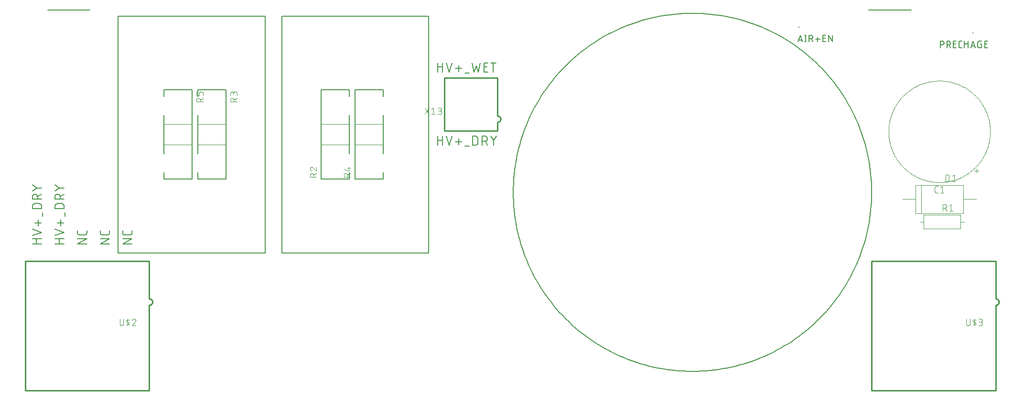
<source format=gbl>
G04 EAGLE Gerber RS-274X export*
G75*
%MOMM*%
%FSLAX34Y34*%
%LPD*%
%INSilkscreen Top*%
%IPPOS*%
%AMOC8*
5,1,8,0,0,1.08239X$1,22.5*%
G01*
%ADD10C,0.152400*%
%ADD11C,0.254000*%
%ADD12C,0.101600*%
%ADD13C,0.120000*%
%ADD14R,0.200000X0.200000*%
%ADD15C,0.127000*%
%ADD16C,0.203200*%
%ADD17C,0.010000*%


D10*
X29238Y230762D02*
X12982Y230762D01*
X20207Y230762D02*
X20207Y239793D01*
X12982Y239793D02*
X29238Y239793D01*
X29238Y251430D02*
X12982Y246011D01*
X12982Y256849D02*
X29238Y251430D01*
X22916Y262685D02*
X22916Y273522D01*
X17498Y268103D02*
X28335Y268103D01*
X31044Y279601D02*
X31044Y286826D01*
X29238Y293287D02*
X12982Y293287D01*
X12982Y297802D01*
X12984Y297933D01*
X12990Y298065D01*
X12999Y298196D01*
X13013Y298326D01*
X13030Y298457D01*
X13051Y298586D01*
X13075Y298715D01*
X13104Y298843D01*
X13136Y298971D01*
X13172Y299097D01*
X13211Y299222D01*
X13254Y299347D01*
X13301Y299469D01*
X13351Y299591D01*
X13405Y299711D01*
X13462Y299829D01*
X13523Y299945D01*
X13587Y300060D01*
X13654Y300173D01*
X13725Y300284D01*
X13799Y300392D01*
X13876Y300499D01*
X13956Y300603D01*
X14039Y300705D01*
X14124Y300804D01*
X14213Y300901D01*
X14305Y300995D01*
X14399Y301087D01*
X14496Y301176D01*
X14595Y301261D01*
X14697Y301344D01*
X14801Y301424D01*
X14908Y301501D01*
X15016Y301575D01*
X15127Y301646D01*
X15240Y301713D01*
X15355Y301777D01*
X15471Y301838D01*
X15589Y301895D01*
X15709Y301949D01*
X15831Y301999D01*
X15953Y302046D01*
X16078Y302089D01*
X16203Y302128D01*
X16329Y302164D01*
X16457Y302196D01*
X16585Y302225D01*
X16714Y302249D01*
X16843Y302270D01*
X16974Y302287D01*
X17104Y302301D01*
X17235Y302310D01*
X17367Y302316D01*
X17498Y302318D01*
X24722Y302318D01*
X24853Y302316D01*
X24985Y302310D01*
X25116Y302301D01*
X25246Y302287D01*
X25377Y302270D01*
X25506Y302249D01*
X25635Y302225D01*
X25763Y302196D01*
X25891Y302164D01*
X26017Y302128D01*
X26142Y302089D01*
X26267Y302046D01*
X26389Y301999D01*
X26511Y301949D01*
X26631Y301895D01*
X26749Y301838D01*
X26865Y301777D01*
X26980Y301713D01*
X27093Y301646D01*
X27204Y301575D01*
X27312Y301501D01*
X27419Y301424D01*
X27523Y301344D01*
X27625Y301261D01*
X27724Y301176D01*
X27821Y301087D01*
X27915Y300995D01*
X28007Y300901D01*
X28096Y300804D01*
X28181Y300705D01*
X28264Y300603D01*
X28344Y300499D01*
X28421Y300392D01*
X28495Y300284D01*
X28566Y300173D01*
X28633Y300060D01*
X28697Y299945D01*
X28758Y299829D01*
X28815Y299711D01*
X28869Y299591D01*
X28919Y299469D01*
X28966Y299347D01*
X29009Y299222D01*
X29048Y299097D01*
X29084Y298971D01*
X29116Y298843D01*
X29145Y298715D01*
X29169Y298586D01*
X29190Y298456D01*
X29207Y298326D01*
X29221Y298196D01*
X29230Y298065D01*
X29236Y297933D01*
X29238Y297802D01*
X29238Y293287D01*
X29238Y310052D02*
X12982Y310052D01*
X12982Y314567D01*
X12984Y314700D01*
X12990Y314832D01*
X13000Y314964D01*
X13013Y315096D01*
X13031Y315228D01*
X13052Y315358D01*
X13077Y315489D01*
X13106Y315618D01*
X13139Y315746D01*
X13175Y315874D01*
X13215Y316000D01*
X13259Y316125D01*
X13307Y316249D01*
X13358Y316371D01*
X13413Y316492D01*
X13471Y316611D01*
X13533Y316729D01*
X13598Y316844D01*
X13667Y316958D01*
X13738Y317069D01*
X13814Y317178D01*
X13892Y317285D01*
X13973Y317390D01*
X14058Y317492D01*
X14145Y317592D01*
X14235Y317689D01*
X14328Y317784D01*
X14424Y317875D01*
X14522Y317964D01*
X14623Y318050D01*
X14727Y318133D01*
X14833Y318213D01*
X14941Y318289D01*
X15051Y318363D01*
X15164Y318433D01*
X15278Y318500D01*
X15395Y318563D01*
X15513Y318623D01*
X15633Y318680D01*
X15755Y318733D01*
X15878Y318782D01*
X16002Y318828D01*
X16128Y318870D01*
X16255Y318908D01*
X16383Y318943D01*
X16512Y318974D01*
X16641Y319001D01*
X16772Y319024D01*
X16903Y319044D01*
X17035Y319059D01*
X17167Y319071D01*
X17299Y319079D01*
X17432Y319083D01*
X17564Y319083D01*
X17697Y319079D01*
X17829Y319071D01*
X17961Y319059D01*
X18093Y319044D01*
X18224Y319024D01*
X18355Y319001D01*
X18484Y318974D01*
X18613Y318943D01*
X18741Y318908D01*
X18868Y318870D01*
X18994Y318828D01*
X19118Y318782D01*
X19241Y318733D01*
X19363Y318680D01*
X19483Y318623D01*
X19601Y318563D01*
X19718Y318500D01*
X19832Y318433D01*
X19945Y318363D01*
X20055Y318289D01*
X20163Y318213D01*
X20269Y318133D01*
X20373Y318050D01*
X20474Y317964D01*
X20572Y317875D01*
X20668Y317784D01*
X20761Y317689D01*
X20851Y317592D01*
X20938Y317492D01*
X21023Y317390D01*
X21104Y317285D01*
X21182Y317178D01*
X21258Y317069D01*
X21329Y316958D01*
X21398Y316844D01*
X21463Y316729D01*
X21525Y316611D01*
X21583Y316492D01*
X21638Y316371D01*
X21689Y316249D01*
X21737Y316125D01*
X21781Y316000D01*
X21821Y315874D01*
X21857Y315746D01*
X21890Y315618D01*
X21919Y315489D01*
X21944Y315358D01*
X21965Y315228D01*
X21983Y315096D01*
X21996Y314964D01*
X22006Y314832D01*
X22012Y314700D01*
X22014Y314567D01*
X22013Y314567D02*
X22013Y310052D01*
X22013Y315470D02*
X29238Y319083D01*
X20658Y330107D02*
X12982Y324688D01*
X20658Y330107D02*
X12982Y335526D01*
X20658Y330107D02*
X29238Y330107D01*
X52982Y230762D02*
X69238Y230762D01*
X60207Y230762D02*
X60207Y239793D01*
X52982Y239793D02*
X69238Y239793D01*
X69238Y251430D02*
X52982Y246011D01*
X52982Y256849D02*
X69238Y251430D01*
X62916Y262685D02*
X62916Y273522D01*
X57498Y268103D02*
X68335Y268103D01*
X71044Y279601D02*
X71044Y286826D01*
X69238Y293287D02*
X52982Y293287D01*
X52982Y297802D01*
X52984Y297933D01*
X52990Y298065D01*
X52999Y298196D01*
X53013Y298326D01*
X53030Y298457D01*
X53051Y298586D01*
X53075Y298715D01*
X53104Y298843D01*
X53136Y298971D01*
X53172Y299097D01*
X53211Y299222D01*
X53254Y299347D01*
X53301Y299469D01*
X53351Y299591D01*
X53405Y299711D01*
X53462Y299829D01*
X53523Y299945D01*
X53587Y300060D01*
X53654Y300173D01*
X53725Y300284D01*
X53799Y300392D01*
X53876Y300499D01*
X53956Y300603D01*
X54039Y300705D01*
X54124Y300804D01*
X54213Y300901D01*
X54305Y300995D01*
X54399Y301087D01*
X54496Y301176D01*
X54595Y301261D01*
X54697Y301344D01*
X54801Y301424D01*
X54908Y301501D01*
X55016Y301575D01*
X55127Y301646D01*
X55240Y301713D01*
X55355Y301777D01*
X55471Y301838D01*
X55589Y301895D01*
X55709Y301949D01*
X55831Y301999D01*
X55953Y302046D01*
X56078Y302089D01*
X56203Y302128D01*
X56329Y302164D01*
X56457Y302196D01*
X56585Y302225D01*
X56714Y302249D01*
X56843Y302270D01*
X56974Y302287D01*
X57104Y302301D01*
X57235Y302310D01*
X57367Y302316D01*
X57498Y302318D01*
X64722Y302318D01*
X64853Y302316D01*
X64985Y302310D01*
X65116Y302301D01*
X65246Y302287D01*
X65377Y302270D01*
X65506Y302249D01*
X65635Y302225D01*
X65763Y302196D01*
X65891Y302164D01*
X66017Y302128D01*
X66142Y302089D01*
X66267Y302046D01*
X66389Y301999D01*
X66511Y301949D01*
X66631Y301895D01*
X66749Y301838D01*
X66865Y301777D01*
X66980Y301713D01*
X67093Y301646D01*
X67204Y301575D01*
X67312Y301501D01*
X67419Y301424D01*
X67523Y301344D01*
X67625Y301261D01*
X67724Y301176D01*
X67821Y301087D01*
X67915Y300995D01*
X68007Y300901D01*
X68096Y300804D01*
X68181Y300705D01*
X68264Y300603D01*
X68344Y300499D01*
X68421Y300392D01*
X68495Y300284D01*
X68566Y300173D01*
X68633Y300060D01*
X68697Y299945D01*
X68758Y299829D01*
X68815Y299711D01*
X68869Y299591D01*
X68919Y299469D01*
X68966Y299347D01*
X69009Y299222D01*
X69048Y299097D01*
X69084Y298971D01*
X69116Y298843D01*
X69145Y298715D01*
X69169Y298586D01*
X69190Y298456D01*
X69207Y298326D01*
X69221Y298196D01*
X69230Y298065D01*
X69236Y297933D01*
X69238Y297802D01*
X69238Y293287D01*
X69238Y310052D02*
X52982Y310052D01*
X52982Y314567D01*
X52984Y314700D01*
X52990Y314832D01*
X53000Y314964D01*
X53013Y315096D01*
X53031Y315228D01*
X53052Y315358D01*
X53077Y315489D01*
X53106Y315618D01*
X53139Y315746D01*
X53175Y315874D01*
X53215Y316000D01*
X53259Y316125D01*
X53307Y316249D01*
X53358Y316371D01*
X53413Y316492D01*
X53471Y316611D01*
X53533Y316729D01*
X53598Y316844D01*
X53667Y316958D01*
X53738Y317069D01*
X53814Y317178D01*
X53892Y317285D01*
X53973Y317390D01*
X54058Y317492D01*
X54145Y317592D01*
X54235Y317689D01*
X54328Y317784D01*
X54424Y317875D01*
X54522Y317964D01*
X54623Y318050D01*
X54727Y318133D01*
X54833Y318213D01*
X54941Y318289D01*
X55051Y318363D01*
X55164Y318433D01*
X55278Y318500D01*
X55395Y318563D01*
X55513Y318623D01*
X55633Y318680D01*
X55755Y318733D01*
X55878Y318782D01*
X56002Y318828D01*
X56128Y318870D01*
X56255Y318908D01*
X56383Y318943D01*
X56512Y318974D01*
X56641Y319001D01*
X56772Y319024D01*
X56903Y319044D01*
X57035Y319059D01*
X57167Y319071D01*
X57299Y319079D01*
X57432Y319083D01*
X57564Y319083D01*
X57697Y319079D01*
X57829Y319071D01*
X57961Y319059D01*
X58093Y319044D01*
X58224Y319024D01*
X58355Y319001D01*
X58484Y318974D01*
X58613Y318943D01*
X58741Y318908D01*
X58868Y318870D01*
X58994Y318828D01*
X59118Y318782D01*
X59241Y318733D01*
X59363Y318680D01*
X59483Y318623D01*
X59601Y318563D01*
X59718Y318500D01*
X59832Y318433D01*
X59945Y318363D01*
X60055Y318289D01*
X60163Y318213D01*
X60269Y318133D01*
X60373Y318050D01*
X60474Y317964D01*
X60572Y317875D01*
X60668Y317784D01*
X60761Y317689D01*
X60851Y317592D01*
X60938Y317492D01*
X61023Y317390D01*
X61104Y317285D01*
X61182Y317178D01*
X61258Y317069D01*
X61329Y316958D01*
X61398Y316844D01*
X61463Y316729D01*
X61525Y316611D01*
X61583Y316492D01*
X61638Y316371D01*
X61689Y316249D01*
X61737Y316125D01*
X61781Y316000D01*
X61821Y315874D01*
X61857Y315746D01*
X61890Y315618D01*
X61919Y315489D01*
X61944Y315358D01*
X61965Y315228D01*
X61983Y315096D01*
X61996Y314964D01*
X62006Y314832D01*
X62012Y314700D01*
X62014Y314567D01*
X62013Y314567D02*
X62013Y310052D01*
X62013Y315470D02*
X69238Y319083D01*
X60658Y330107D02*
X52982Y324688D01*
X60658Y330107D02*
X52982Y335526D01*
X60658Y330107D02*
X69238Y330107D01*
X92982Y230762D02*
X109238Y230762D01*
X109238Y239793D02*
X92982Y230762D01*
X92982Y239793D02*
X109238Y239793D01*
X109238Y250487D02*
X109238Y254100D01*
X109238Y250487D02*
X109236Y250369D01*
X109230Y250251D01*
X109221Y250133D01*
X109207Y250016D01*
X109190Y249899D01*
X109169Y249782D01*
X109144Y249667D01*
X109115Y249552D01*
X109082Y249438D01*
X109046Y249326D01*
X109006Y249215D01*
X108963Y249105D01*
X108916Y248996D01*
X108866Y248889D01*
X108811Y248784D01*
X108754Y248681D01*
X108693Y248580D01*
X108629Y248480D01*
X108562Y248383D01*
X108492Y248288D01*
X108418Y248196D01*
X108342Y248105D01*
X108262Y248018D01*
X108180Y247933D01*
X108095Y247851D01*
X108008Y247771D01*
X107917Y247695D01*
X107825Y247621D01*
X107730Y247551D01*
X107633Y247484D01*
X107533Y247420D01*
X107432Y247359D01*
X107329Y247302D01*
X107224Y247247D01*
X107117Y247197D01*
X107008Y247150D01*
X106898Y247107D01*
X106787Y247067D01*
X106675Y247031D01*
X106561Y246998D01*
X106446Y246969D01*
X106331Y246944D01*
X106214Y246923D01*
X106097Y246906D01*
X105980Y246892D01*
X105862Y246883D01*
X105744Y246877D01*
X105626Y246875D01*
X96594Y246875D01*
X96594Y246874D02*
X96476Y246876D01*
X96358Y246882D01*
X96240Y246891D01*
X96122Y246905D01*
X96005Y246922D01*
X95889Y246943D01*
X95774Y246968D01*
X95659Y246997D01*
X95545Y247030D01*
X95433Y247066D01*
X95321Y247106D01*
X95211Y247149D01*
X95103Y247196D01*
X94996Y247247D01*
X94891Y247301D01*
X94788Y247358D01*
X94686Y247419D01*
X94587Y247483D01*
X94490Y247550D01*
X94395Y247621D01*
X94302Y247694D01*
X94212Y247771D01*
X94124Y247850D01*
X94039Y247932D01*
X93957Y248017D01*
X93878Y248105D01*
X93801Y248195D01*
X93728Y248288D01*
X93657Y248382D01*
X93590Y248480D01*
X93526Y248579D01*
X93465Y248680D01*
X93408Y248784D01*
X93354Y248889D01*
X93303Y248996D01*
X93256Y249104D01*
X93213Y249214D01*
X93173Y249326D01*
X93137Y249438D01*
X93104Y249552D01*
X93075Y249667D01*
X93050Y249782D01*
X93029Y249898D01*
X93012Y250015D01*
X92998Y250133D01*
X92989Y250251D01*
X92983Y250369D01*
X92981Y250487D01*
X92982Y250487D02*
X92982Y254100D01*
X132982Y230762D02*
X149238Y230762D01*
X149238Y239793D02*
X132982Y230762D01*
X132982Y239793D02*
X149238Y239793D01*
X149238Y250487D02*
X149238Y254100D01*
X149238Y250487D02*
X149236Y250369D01*
X149230Y250251D01*
X149221Y250133D01*
X149207Y250016D01*
X149190Y249899D01*
X149169Y249782D01*
X149144Y249667D01*
X149115Y249552D01*
X149082Y249438D01*
X149046Y249326D01*
X149006Y249215D01*
X148963Y249105D01*
X148916Y248996D01*
X148866Y248889D01*
X148811Y248784D01*
X148754Y248681D01*
X148693Y248580D01*
X148629Y248480D01*
X148562Y248383D01*
X148492Y248288D01*
X148418Y248196D01*
X148342Y248105D01*
X148262Y248018D01*
X148180Y247933D01*
X148095Y247851D01*
X148008Y247771D01*
X147917Y247695D01*
X147825Y247621D01*
X147730Y247551D01*
X147633Y247484D01*
X147533Y247420D01*
X147432Y247359D01*
X147329Y247302D01*
X147224Y247247D01*
X147117Y247197D01*
X147008Y247150D01*
X146898Y247107D01*
X146787Y247067D01*
X146675Y247031D01*
X146561Y246998D01*
X146446Y246969D01*
X146331Y246944D01*
X146214Y246923D01*
X146097Y246906D01*
X145980Y246892D01*
X145862Y246883D01*
X145744Y246877D01*
X145626Y246875D01*
X136594Y246875D01*
X136594Y246874D02*
X136476Y246876D01*
X136358Y246882D01*
X136240Y246891D01*
X136122Y246905D01*
X136005Y246922D01*
X135889Y246943D01*
X135774Y246968D01*
X135659Y246997D01*
X135545Y247030D01*
X135433Y247066D01*
X135321Y247106D01*
X135211Y247149D01*
X135103Y247196D01*
X134996Y247247D01*
X134891Y247301D01*
X134788Y247358D01*
X134686Y247419D01*
X134587Y247483D01*
X134490Y247550D01*
X134395Y247621D01*
X134302Y247694D01*
X134212Y247771D01*
X134124Y247850D01*
X134039Y247932D01*
X133957Y248017D01*
X133878Y248105D01*
X133801Y248195D01*
X133728Y248288D01*
X133657Y248382D01*
X133590Y248480D01*
X133526Y248579D01*
X133465Y248680D01*
X133408Y248784D01*
X133354Y248889D01*
X133303Y248996D01*
X133256Y249104D01*
X133213Y249214D01*
X133173Y249326D01*
X133137Y249438D01*
X133104Y249552D01*
X133075Y249667D01*
X133050Y249782D01*
X133029Y249898D01*
X133012Y250015D01*
X132998Y250133D01*
X132989Y250251D01*
X132983Y250369D01*
X132981Y250487D01*
X132982Y250487D02*
X132982Y254100D01*
X172982Y230762D02*
X189238Y230762D01*
X189238Y239793D02*
X172982Y230762D01*
X172982Y239793D02*
X189238Y239793D01*
X189238Y250487D02*
X189238Y254100D01*
X189238Y250487D02*
X189236Y250369D01*
X189230Y250251D01*
X189221Y250133D01*
X189207Y250016D01*
X189190Y249899D01*
X189169Y249782D01*
X189144Y249667D01*
X189115Y249552D01*
X189082Y249438D01*
X189046Y249326D01*
X189006Y249215D01*
X188963Y249105D01*
X188916Y248996D01*
X188866Y248889D01*
X188811Y248784D01*
X188754Y248681D01*
X188693Y248580D01*
X188629Y248480D01*
X188562Y248383D01*
X188492Y248288D01*
X188418Y248196D01*
X188342Y248105D01*
X188262Y248018D01*
X188180Y247933D01*
X188095Y247851D01*
X188008Y247771D01*
X187917Y247695D01*
X187825Y247621D01*
X187730Y247551D01*
X187633Y247484D01*
X187533Y247420D01*
X187432Y247359D01*
X187329Y247302D01*
X187224Y247247D01*
X187117Y247197D01*
X187008Y247150D01*
X186898Y247107D01*
X186787Y247067D01*
X186675Y247031D01*
X186561Y246998D01*
X186446Y246969D01*
X186331Y246944D01*
X186214Y246923D01*
X186097Y246906D01*
X185980Y246892D01*
X185862Y246883D01*
X185744Y246877D01*
X185626Y246875D01*
X176594Y246875D01*
X176594Y246874D02*
X176476Y246876D01*
X176358Y246882D01*
X176240Y246891D01*
X176122Y246905D01*
X176005Y246922D01*
X175889Y246943D01*
X175774Y246968D01*
X175659Y246997D01*
X175545Y247030D01*
X175433Y247066D01*
X175321Y247106D01*
X175211Y247149D01*
X175103Y247196D01*
X174996Y247247D01*
X174891Y247301D01*
X174788Y247358D01*
X174686Y247419D01*
X174587Y247483D01*
X174490Y247550D01*
X174395Y247621D01*
X174302Y247694D01*
X174212Y247771D01*
X174124Y247850D01*
X174039Y247932D01*
X173957Y248017D01*
X173878Y248105D01*
X173801Y248195D01*
X173728Y248288D01*
X173657Y248382D01*
X173590Y248480D01*
X173526Y248579D01*
X173465Y248680D01*
X173408Y248784D01*
X173354Y248889D01*
X173303Y248996D01*
X173256Y249104D01*
X173213Y249214D01*
X173173Y249326D01*
X173137Y249438D01*
X173104Y249552D01*
X173075Y249667D01*
X173050Y249782D01*
X173029Y249898D01*
X173012Y250015D01*
X172998Y250133D01*
X172989Y250251D01*
X172983Y250369D01*
X172981Y250487D01*
X172982Y250487D02*
X172982Y254100D01*
X730762Y405762D02*
X730762Y422018D01*
X730762Y414793D02*
X739793Y414793D01*
X739793Y422018D02*
X739793Y405762D01*
X751430Y405762D02*
X746011Y422018D01*
X756849Y422018D02*
X751430Y405762D01*
X762685Y412084D02*
X773522Y412084D01*
X768103Y417502D02*
X768103Y406665D01*
X779601Y403956D02*
X786826Y403956D01*
X793287Y405762D02*
X793287Y422018D01*
X797802Y422018D01*
X797933Y422016D01*
X798065Y422010D01*
X798196Y422001D01*
X798326Y421987D01*
X798457Y421970D01*
X798586Y421949D01*
X798715Y421925D01*
X798843Y421896D01*
X798971Y421864D01*
X799097Y421828D01*
X799222Y421789D01*
X799347Y421746D01*
X799469Y421699D01*
X799591Y421649D01*
X799711Y421595D01*
X799829Y421538D01*
X799945Y421477D01*
X800060Y421413D01*
X800173Y421346D01*
X800284Y421275D01*
X800392Y421201D01*
X800499Y421124D01*
X800603Y421044D01*
X800705Y420961D01*
X800804Y420876D01*
X800901Y420787D01*
X800995Y420695D01*
X801087Y420601D01*
X801176Y420504D01*
X801261Y420405D01*
X801344Y420303D01*
X801424Y420199D01*
X801501Y420092D01*
X801575Y419984D01*
X801646Y419873D01*
X801713Y419760D01*
X801777Y419645D01*
X801838Y419529D01*
X801895Y419411D01*
X801949Y419291D01*
X801999Y419169D01*
X802046Y419047D01*
X802089Y418922D01*
X802128Y418797D01*
X802164Y418671D01*
X802196Y418543D01*
X802225Y418415D01*
X802249Y418286D01*
X802270Y418157D01*
X802287Y418026D01*
X802301Y417896D01*
X802310Y417765D01*
X802316Y417633D01*
X802318Y417502D01*
X802318Y410278D01*
X802316Y410147D01*
X802310Y410015D01*
X802301Y409884D01*
X802287Y409754D01*
X802270Y409623D01*
X802249Y409494D01*
X802225Y409365D01*
X802196Y409237D01*
X802164Y409109D01*
X802128Y408983D01*
X802089Y408858D01*
X802046Y408733D01*
X801999Y408611D01*
X801949Y408489D01*
X801895Y408369D01*
X801838Y408251D01*
X801777Y408135D01*
X801713Y408020D01*
X801646Y407907D01*
X801575Y407796D01*
X801501Y407688D01*
X801424Y407581D01*
X801344Y407477D01*
X801261Y407375D01*
X801176Y407276D01*
X801087Y407179D01*
X800995Y407085D01*
X800901Y406993D01*
X800804Y406904D01*
X800705Y406819D01*
X800603Y406736D01*
X800499Y406656D01*
X800392Y406579D01*
X800284Y406505D01*
X800173Y406434D01*
X800060Y406367D01*
X799945Y406303D01*
X799829Y406242D01*
X799711Y406185D01*
X799591Y406131D01*
X799469Y406081D01*
X799347Y406034D01*
X799222Y405991D01*
X799097Y405952D01*
X798971Y405916D01*
X798843Y405884D01*
X798715Y405855D01*
X798586Y405831D01*
X798456Y405810D01*
X798326Y405793D01*
X798196Y405779D01*
X798065Y405770D01*
X797933Y405764D01*
X797802Y405762D01*
X793287Y405762D01*
X810052Y405762D02*
X810052Y422018D01*
X814567Y422018D01*
X814700Y422016D01*
X814832Y422010D01*
X814964Y422000D01*
X815096Y421987D01*
X815228Y421969D01*
X815358Y421948D01*
X815489Y421923D01*
X815618Y421894D01*
X815746Y421861D01*
X815874Y421825D01*
X816000Y421785D01*
X816125Y421741D01*
X816249Y421693D01*
X816371Y421642D01*
X816492Y421587D01*
X816611Y421529D01*
X816729Y421467D01*
X816844Y421402D01*
X816958Y421333D01*
X817069Y421262D01*
X817178Y421186D01*
X817285Y421108D01*
X817390Y421027D01*
X817492Y420942D01*
X817592Y420855D01*
X817689Y420765D01*
X817784Y420672D01*
X817875Y420576D01*
X817964Y420478D01*
X818050Y420377D01*
X818133Y420273D01*
X818213Y420167D01*
X818289Y420059D01*
X818363Y419949D01*
X818433Y419836D01*
X818500Y419722D01*
X818563Y419605D01*
X818623Y419487D01*
X818680Y419367D01*
X818733Y419245D01*
X818782Y419122D01*
X818828Y418998D01*
X818870Y418872D01*
X818908Y418745D01*
X818943Y418617D01*
X818974Y418488D01*
X819001Y418359D01*
X819024Y418228D01*
X819044Y418097D01*
X819059Y417965D01*
X819071Y417833D01*
X819079Y417701D01*
X819083Y417568D01*
X819083Y417436D01*
X819079Y417303D01*
X819071Y417171D01*
X819059Y417039D01*
X819044Y416907D01*
X819024Y416776D01*
X819001Y416645D01*
X818974Y416516D01*
X818943Y416387D01*
X818908Y416259D01*
X818870Y416132D01*
X818828Y416006D01*
X818782Y415882D01*
X818733Y415759D01*
X818680Y415637D01*
X818623Y415517D01*
X818563Y415399D01*
X818500Y415282D01*
X818433Y415168D01*
X818363Y415055D01*
X818289Y414945D01*
X818213Y414837D01*
X818133Y414731D01*
X818050Y414627D01*
X817964Y414526D01*
X817875Y414428D01*
X817784Y414332D01*
X817689Y414239D01*
X817592Y414149D01*
X817492Y414062D01*
X817390Y413977D01*
X817285Y413896D01*
X817178Y413818D01*
X817069Y413742D01*
X816958Y413671D01*
X816844Y413602D01*
X816729Y413537D01*
X816611Y413475D01*
X816492Y413417D01*
X816371Y413362D01*
X816249Y413311D01*
X816125Y413263D01*
X816000Y413219D01*
X815874Y413179D01*
X815746Y413143D01*
X815618Y413110D01*
X815489Y413081D01*
X815358Y413056D01*
X815228Y413035D01*
X815096Y413017D01*
X814964Y413004D01*
X814832Y412994D01*
X814700Y412988D01*
X814567Y412986D01*
X814567Y412987D02*
X810052Y412987D01*
X815470Y412987D02*
X819083Y405762D01*
X830107Y414342D02*
X824688Y422018D01*
X830107Y414342D02*
X835526Y422018D01*
X830107Y414342D02*
X830107Y405762D01*
X730762Y535762D02*
X730762Y552018D01*
X730762Y544793D02*
X739793Y544793D01*
X739793Y552018D02*
X739793Y535762D01*
X751430Y535762D02*
X746011Y552018D01*
X756849Y552018D02*
X751430Y535762D01*
X762685Y542084D02*
X773522Y542084D01*
X768103Y547502D02*
X768103Y536665D01*
X779601Y533956D02*
X786826Y533956D01*
X795753Y535762D02*
X792141Y552018D01*
X799366Y546599D02*
X795753Y535762D01*
X802978Y535762D02*
X799366Y546599D01*
X806590Y552018D02*
X802978Y535762D01*
X813116Y535762D02*
X820341Y535762D01*
X813116Y535762D02*
X813116Y552018D01*
X820341Y552018D01*
X818535Y544793D02*
X813116Y544793D01*
X829586Y552018D02*
X829586Y535762D01*
X825070Y552018D02*
X834102Y552018D01*
X865000Y322400D02*
X865096Y330192D01*
X865382Y337979D01*
X865860Y345757D01*
X866529Y353520D01*
X867388Y361265D01*
X868436Y368987D01*
X869674Y376680D01*
X871101Y384341D01*
X872715Y391965D01*
X874515Y399546D01*
X876501Y407081D01*
X878671Y414565D01*
X881025Y421994D01*
X883560Y429363D01*
X886275Y436667D01*
X889168Y443902D01*
X892238Y451064D01*
X895483Y458149D01*
X898901Y465152D01*
X902490Y472068D01*
X906247Y478895D01*
X910171Y485628D01*
X914259Y492262D01*
X918508Y498794D01*
X922917Y505219D01*
X927482Y511535D01*
X932200Y517736D01*
X937069Y523820D01*
X942086Y529782D01*
X947248Y535620D01*
X952552Y541329D01*
X957994Y546906D01*
X963571Y552348D01*
X969280Y557652D01*
X975118Y562814D01*
X981080Y567831D01*
X987164Y572700D01*
X993365Y577418D01*
X999681Y581983D01*
X1006106Y586392D01*
X1012638Y590641D01*
X1019272Y594729D01*
X1026005Y598653D01*
X1032832Y602410D01*
X1039748Y605999D01*
X1046751Y609417D01*
X1053836Y612662D01*
X1060998Y615732D01*
X1068233Y618625D01*
X1075537Y621340D01*
X1082906Y623875D01*
X1090335Y626229D01*
X1097819Y628399D01*
X1105354Y630385D01*
X1112935Y632185D01*
X1120559Y633799D01*
X1128220Y635226D01*
X1135913Y636464D01*
X1143635Y637512D01*
X1151380Y638371D01*
X1159143Y639040D01*
X1166921Y639518D01*
X1174708Y639804D01*
X1182500Y639900D01*
X1190292Y639804D01*
X1198079Y639518D01*
X1205857Y639040D01*
X1213620Y638371D01*
X1221365Y637512D01*
X1229087Y636464D01*
X1236780Y635226D01*
X1244441Y633799D01*
X1252065Y632185D01*
X1259646Y630385D01*
X1267181Y628399D01*
X1274665Y626229D01*
X1282094Y623875D01*
X1289463Y621340D01*
X1296767Y618625D01*
X1304002Y615732D01*
X1311164Y612662D01*
X1318249Y609417D01*
X1325252Y605999D01*
X1332168Y602410D01*
X1338995Y598653D01*
X1345728Y594729D01*
X1352362Y590641D01*
X1358894Y586392D01*
X1365319Y581983D01*
X1371635Y577418D01*
X1377836Y572700D01*
X1383920Y567831D01*
X1389882Y562814D01*
X1395720Y557652D01*
X1401429Y552348D01*
X1407006Y546906D01*
X1412448Y541329D01*
X1417752Y535620D01*
X1422914Y529782D01*
X1427931Y523820D01*
X1432800Y517736D01*
X1437518Y511535D01*
X1442083Y505219D01*
X1446492Y498794D01*
X1450741Y492262D01*
X1454829Y485628D01*
X1458753Y478895D01*
X1462510Y472068D01*
X1466099Y465152D01*
X1469517Y458149D01*
X1472762Y451064D01*
X1475832Y443902D01*
X1478725Y436667D01*
X1481440Y429363D01*
X1483975Y421994D01*
X1486329Y414565D01*
X1488499Y407081D01*
X1490485Y399546D01*
X1492285Y391965D01*
X1493899Y384341D01*
X1495326Y376680D01*
X1496564Y368987D01*
X1497612Y361265D01*
X1498471Y353520D01*
X1499140Y345757D01*
X1499618Y337979D01*
X1499904Y330192D01*
X1500000Y322400D01*
X1499904Y314608D01*
X1499618Y306821D01*
X1499140Y299043D01*
X1498471Y291280D01*
X1497612Y283535D01*
X1496564Y275813D01*
X1495326Y268120D01*
X1493899Y260459D01*
X1492285Y252835D01*
X1490485Y245254D01*
X1488499Y237719D01*
X1486329Y230235D01*
X1483975Y222806D01*
X1481440Y215437D01*
X1478725Y208133D01*
X1475832Y200898D01*
X1472762Y193736D01*
X1469517Y186651D01*
X1466099Y179648D01*
X1462510Y172732D01*
X1458753Y165905D01*
X1454829Y159172D01*
X1450741Y152538D01*
X1446492Y146006D01*
X1442083Y139581D01*
X1437518Y133265D01*
X1432800Y127064D01*
X1427931Y120980D01*
X1422914Y115018D01*
X1417752Y109180D01*
X1412448Y103471D01*
X1407006Y97894D01*
X1401429Y92452D01*
X1395720Y87148D01*
X1389882Y81986D01*
X1383920Y76969D01*
X1377836Y72100D01*
X1371635Y67382D01*
X1365319Y62817D01*
X1358894Y58408D01*
X1352362Y54159D01*
X1345728Y50071D01*
X1338995Y46147D01*
X1332168Y42390D01*
X1325252Y38801D01*
X1318249Y35383D01*
X1311164Y32138D01*
X1304002Y29068D01*
X1296767Y26175D01*
X1289463Y23460D01*
X1282094Y20925D01*
X1274665Y18571D01*
X1267181Y16401D01*
X1259646Y14415D01*
X1252065Y12615D01*
X1244441Y11001D01*
X1236780Y9574D01*
X1229087Y8336D01*
X1221365Y7288D01*
X1213620Y6429D01*
X1205857Y5760D01*
X1198079Y5282D01*
X1190292Y4996D01*
X1182500Y4900D01*
X1174708Y4996D01*
X1166921Y5282D01*
X1159143Y5760D01*
X1151380Y6429D01*
X1143635Y7288D01*
X1135913Y8336D01*
X1128220Y9574D01*
X1120559Y11001D01*
X1112935Y12615D01*
X1105354Y14415D01*
X1097819Y16401D01*
X1090335Y18571D01*
X1082906Y20925D01*
X1075537Y23460D01*
X1068233Y26175D01*
X1060998Y29068D01*
X1053836Y32138D01*
X1046751Y35383D01*
X1039748Y38801D01*
X1032832Y42390D01*
X1026005Y46147D01*
X1019272Y50071D01*
X1012638Y54159D01*
X1006106Y58408D01*
X999681Y62817D01*
X993365Y67382D01*
X987164Y72100D01*
X981080Y76969D01*
X975118Y81986D01*
X969280Y87148D01*
X963571Y92452D01*
X957994Y97894D01*
X952552Y103471D01*
X947248Y109180D01*
X942086Y115018D01*
X937069Y120980D01*
X932200Y127064D01*
X927482Y133265D01*
X922917Y139581D01*
X918508Y146006D01*
X914259Y152538D01*
X910171Y159172D01*
X906247Y165905D01*
X902490Y172732D01*
X898901Y179648D01*
X895483Y186651D01*
X892238Y193736D01*
X889168Y200898D01*
X886275Y208133D01*
X883560Y215437D01*
X881025Y222806D01*
X878671Y230235D01*
X876501Y237719D01*
X874515Y245254D01*
X872715Y252835D01*
X871101Y260459D01*
X869674Y268120D01*
X868436Y275813D01*
X867388Y283535D01*
X866529Y291280D01*
X865860Y299043D01*
X865382Y306821D01*
X865096Y314608D01*
X865000Y322400D01*
D11*
X1500000Y200400D02*
X1720000Y200400D01*
X1720000Y133400D01*
X1720000Y122400D02*
X1720000Y-29600D01*
X1500000Y-29600D01*
X1500000Y200400D01*
X1720000Y133400D02*
X1720148Y133398D01*
X1720295Y133392D01*
X1720443Y133382D01*
X1720590Y133368D01*
X1720736Y133351D01*
X1720882Y133329D01*
X1721028Y133303D01*
X1721172Y133274D01*
X1721316Y133240D01*
X1721459Y133203D01*
X1721601Y133162D01*
X1721742Y133117D01*
X1721881Y133068D01*
X1722019Y133016D01*
X1722156Y132960D01*
X1722291Y132900D01*
X1722424Y132837D01*
X1722556Y132770D01*
X1722686Y132700D01*
X1722814Y132626D01*
X1722940Y132549D01*
X1723063Y132468D01*
X1723185Y132384D01*
X1723304Y132297D01*
X1723421Y132207D01*
X1723535Y132113D01*
X1723647Y132017D01*
X1723756Y131917D01*
X1723863Y131815D01*
X1723967Y131710D01*
X1724067Y131602D01*
X1724165Y131492D01*
X1724260Y131378D01*
X1724352Y131263D01*
X1724441Y131145D01*
X1724526Y131024D01*
X1724609Y130902D01*
X1724688Y130777D01*
X1724763Y130650D01*
X1724835Y130521D01*
X1724904Y130390D01*
X1724969Y130258D01*
X1725030Y130124D01*
X1725088Y129988D01*
X1725143Y129850D01*
X1725193Y129712D01*
X1725240Y129571D01*
X1725283Y129430D01*
X1725322Y129288D01*
X1725357Y129144D01*
X1725389Y129000D01*
X1725416Y128855D01*
X1725440Y128709D01*
X1725460Y128563D01*
X1725476Y128416D01*
X1725488Y128269D01*
X1725496Y128121D01*
X1725500Y127974D01*
X1725500Y127826D01*
X1725496Y127679D01*
X1725488Y127531D01*
X1725476Y127384D01*
X1725460Y127237D01*
X1725440Y127091D01*
X1725416Y126945D01*
X1725389Y126800D01*
X1725357Y126656D01*
X1725322Y126512D01*
X1725283Y126370D01*
X1725240Y126229D01*
X1725193Y126088D01*
X1725143Y125950D01*
X1725088Y125812D01*
X1725030Y125676D01*
X1724969Y125542D01*
X1724904Y125410D01*
X1724835Y125279D01*
X1724763Y125150D01*
X1724688Y125023D01*
X1724609Y124898D01*
X1724526Y124776D01*
X1724441Y124655D01*
X1724352Y124537D01*
X1724260Y124422D01*
X1724165Y124308D01*
X1724067Y124198D01*
X1723967Y124090D01*
X1723863Y123985D01*
X1723756Y123883D01*
X1723647Y123783D01*
X1723535Y123687D01*
X1723421Y123593D01*
X1723304Y123503D01*
X1723185Y123416D01*
X1723063Y123332D01*
X1722940Y123251D01*
X1722814Y123174D01*
X1722686Y123100D01*
X1722556Y123030D01*
X1722424Y122963D01*
X1722291Y122900D01*
X1722156Y122840D01*
X1722019Y122784D01*
X1721881Y122732D01*
X1721742Y122683D01*
X1721601Y122638D01*
X1721459Y122597D01*
X1721316Y122560D01*
X1721172Y122526D01*
X1721028Y122497D01*
X1720882Y122471D01*
X1720736Y122449D01*
X1720590Y122432D01*
X1720443Y122418D01*
X1720295Y122408D01*
X1720148Y122402D01*
X1720000Y122400D01*
D12*
X1667658Y97742D02*
X1667658Y89304D01*
X1667660Y89191D01*
X1667666Y89078D01*
X1667676Y88965D01*
X1667690Y88852D01*
X1667707Y88740D01*
X1667729Y88629D01*
X1667754Y88519D01*
X1667784Y88409D01*
X1667817Y88301D01*
X1667854Y88194D01*
X1667894Y88088D01*
X1667939Y87984D01*
X1667987Y87881D01*
X1668038Y87780D01*
X1668093Y87681D01*
X1668151Y87584D01*
X1668213Y87489D01*
X1668278Y87396D01*
X1668346Y87306D01*
X1668417Y87218D01*
X1668492Y87132D01*
X1668569Y87049D01*
X1668649Y86969D01*
X1668732Y86892D01*
X1668818Y86817D01*
X1668906Y86746D01*
X1668996Y86678D01*
X1669089Y86613D01*
X1669184Y86551D01*
X1669281Y86493D01*
X1669380Y86438D01*
X1669481Y86387D01*
X1669584Y86339D01*
X1669688Y86294D01*
X1669794Y86254D01*
X1669901Y86217D01*
X1670009Y86184D01*
X1670119Y86154D01*
X1670229Y86129D01*
X1670340Y86107D01*
X1670452Y86090D01*
X1670565Y86076D01*
X1670678Y86066D01*
X1670791Y86060D01*
X1670904Y86058D01*
X1671017Y86060D01*
X1671130Y86066D01*
X1671243Y86076D01*
X1671356Y86090D01*
X1671468Y86107D01*
X1671579Y86129D01*
X1671689Y86154D01*
X1671799Y86184D01*
X1671907Y86217D01*
X1672014Y86254D01*
X1672120Y86294D01*
X1672224Y86339D01*
X1672327Y86387D01*
X1672428Y86438D01*
X1672527Y86493D01*
X1672624Y86551D01*
X1672719Y86613D01*
X1672812Y86678D01*
X1672902Y86746D01*
X1672990Y86817D01*
X1673076Y86892D01*
X1673159Y86969D01*
X1673239Y87049D01*
X1673316Y87132D01*
X1673391Y87218D01*
X1673462Y87306D01*
X1673530Y87396D01*
X1673595Y87489D01*
X1673657Y87584D01*
X1673715Y87681D01*
X1673770Y87780D01*
X1673821Y87881D01*
X1673869Y87984D01*
X1673914Y88088D01*
X1673954Y88194D01*
X1673991Y88301D01*
X1674024Y88409D01*
X1674054Y88519D01*
X1674079Y88629D01*
X1674101Y88740D01*
X1674118Y88852D01*
X1674132Y88965D01*
X1674142Y89078D01*
X1674148Y89191D01*
X1674150Y89304D01*
X1674149Y89304D02*
X1674149Y97742D01*
X1681953Y97742D02*
X1681953Y86058D01*
X1681953Y91900D02*
X1680330Y92874D01*
X1680329Y92873D02*
X1680256Y92920D01*
X1680185Y92969D01*
X1680115Y93022D01*
X1680049Y93078D01*
X1679985Y93137D01*
X1679923Y93198D01*
X1679865Y93262D01*
X1679809Y93329D01*
X1679757Y93398D01*
X1679707Y93470D01*
X1679661Y93544D01*
X1679618Y93619D01*
X1679579Y93697D01*
X1679543Y93776D01*
X1679511Y93857D01*
X1679482Y93939D01*
X1679457Y94022D01*
X1679436Y94106D01*
X1679419Y94191D01*
X1679405Y94277D01*
X1679396Y94363D01*
X1679390Y94450D01*
X1679388Y94537D01*
X1679390Y94624D01*
X1679396Y94711D01*
X1679406Y94797D01*
X1679419Y94883D01*
X1679437Y94968D01*
X1679458Y95052D01*
X1679483Y95135D01*
X1679512Y95218D01*
X1679544Y95298D01*
X1679580Y95377D01*
X1679619Y95455D01*
X1679662Y95530D01*
X1679709Y95604D01*
X1679758Y95675D01*
X1679811Y95745D01*
X1679866Y95811D01*
X1679925Y95875D01*
X1679986Y95937D01*
X1680051Y95996D01*
X1680117Y96051D01*
X1680186Y96104D01*
X1680258Y96154D01*
X1680331Y96200D01*
X1680407Y96243D01*
X1680484Y96282D01*
X1680563Y96318D01*
X1680644Y96351D01*
X1680726Y96379D01*
X1680809Y96405D01*
X1680893Y96426D01*
X1680979Y96443D01*
X1680979Y96444D02*
X1681119Y96468D01*
X1681261Y96488D01*
X1681402Y96504D01*
X1681544Y96515D01*
X1681687Y96523D01*
X1681829Y96527D01*
X1681972Y96528D01*
X1682115Y96524D01*
X1682257Y96516D01*
X1682399Y96504D01*
X1682541Y96488D01*
X1682682Y96469D01*
X1682823Y96445D01*
X1682963Y96418D01*
X1683102Y96386D01*
X1683240Y96351D01*
X1683378Y96312D01*
X1683514Y96269D01*
X1683648Y96223D01*
X1683782Y96172D01*
X1683914Y96119D01*
X1684044Y96061D01*
X1684173Y96000D01*
X1684300Y95935D01*
X1684426Y95867D01*
X1684549Y95795D01*
X1681953Y91900D02*
X1683575Y90926D01*
X1683576Y90927D02*
X1683649Y90880D01*
X1683720Y90831D01*
X1683790Y90778D01*
X1683856Y90722D01*
X1683920Y90663D01*
X1683982Y90602D01*
X1684040Y90538D01*
X1684096Y90471D01*
X1684148Y90402D01*
X1684198Y90330D01*
X1684244Y90256D01*
X1684287Y90181D01*
X1684326Y90103D01*
X1684362Y90024D01*
X1684394Y89943D01*
X1684423Y89861D01*
X1684448Y89778D01*
X1684469Y89694D01*
X1684486Y89609D01*
X1684500Y89523D01*
X1684509Y89437D01*
X1684515Y89350D01*
X1684517Y89263D01*
X1684515Y89176D01*
X1684509Y89089D01*
X1684499Y89003D01*
X1684486Y88917D01*
X1684468Y88832D01*
X1684447Y88748D01*
X1684422Y88665D01*
X1684393Y88582D01*
X1684361Y88502D01*
X1684325Y88423D01*
X1684286Y88345D01*
X1684243Y88270D01*
X1684196Y88196D01*
X1684147Y88125D01*
X1684094Y88055D01*
X1684039Y87989D01*
X1683980Y87925D01*
X1683919Y87863D01*
X1683854Y87804D01*
X1683788Y87749D01*
X1683719Y87696D01*
X1683647Y87646D01*
X1683574Y87600D01*
X1683498Y87557D01*
X1683421Y87518D01*
X1683342Y87482D01*
X1683261Y87449D01*
X1683179Y87421D01*
X1683096Y87395D01*
X1683012Y87374D01*
X1682927Y87357D01*
X1682926Y87356D02*
X1682786Y87332D01*
X1682644Y87312D01*
X1682503Y87296D01*
X1682361Y87285D01*
X1682218Y87277D01*
X1682076Y87273D01*
X1681933Y87272D01*
X1681790Y87276D01*
X1681648Y87284D01*
X1681506Y87296D01*
X1681364Y87312D01*
X1681223Y87331D01*
X1681082Y87355D01*
X1680942Y87382D01*
X1680803Y87414D01*
X1680665Y87449D01*
X1680527Y87488D01*
X1680391Y87531D01*
X1680257Y87577D01*
X1680123Y87628D01*
X1679991Y87681D01*
X1679861Y87739D01*
X1679732Y87800D01*
X1679605Y87865D01*
X1679479Y87933D01*
X1679356Y88005D01*
X1689375Y86058D02*
X1692621Y86058D01*
X1692734Y86060D01*
X1692847Y86066D01*
X1692960Y86076D01*
X1693073Y86090D01*
X1693185Y86107D01*
X1693296Y86129D01*
X1693406Y86154D01*
X1693516Y86184D01*
X1693624Y86217D01*
X1693731Y86254D01*
X1693837Y86294D01*
X1693941Y86339D01*
X1694044Y86387D01*
X1694145Y86438D01*
X1694244Y86493D01*
X1694341Y86551D01*
X1694436Y86613D01*
X1694529Y86678D01*
X1694619Y86746D01*
X1694707Y86817D01*
X1694793Y86892D01*
X1694876Y86969D01*
X1694956Y87049D01*
X1695033Y87132D01*
X1695108Y87218D01*
X1695179Y87306D01*
X1695247Y87396D01*
X1695312Y87489D01*
X1695374Y87584D01*
X1695432Y87681D01*
X1695487Y87780D01*
X1695538Y87881D01*
X1695586Y87984D01*
X1695631Y88088D01*
X1695671Y88194D01*
X1695708Y88301D01*
X1695741Y88409D01*
X1695771Y88519D01*
X1695796Y88629D01*
X1695818Y88740D01*
X1695835Y88852D01*
X1695849Y88965D01*
X1695859Y89078D01*
X1695865Y89191D01*
X1695867Y89304D01*
X1695865Y89417D01*
X1695859Y89530D01*
X1695849Y89643D01*
X1695835Y89756D01*
X1695818Y89868D01*
X1695796Y89979D01*
X1695771Y90089D01*
X1695741Y90199D01*
X1695708Y90307D01*
X1695671Y90414D01*
X1695631Y90520D01*
X1695586Y90624D01*
X1695538Y90727D01*
X1695487Y90828D01*
X1695432Y90927D01*
X1695374Y91024D01*
X1695312Y91119D01*
X1695247Y91212D01*
X1695179Y91302D01*
X1695108Y91390D01*
X1695033Y91476D01*
X1694956Y91559D01*
X1694876Y91639D01*
X1694793Y91716D01*
X1694707Y91791D01*
X1694619Y91862D01*
X1694529Y91930D01*
X1694436Y91995D01*
X1694341Y92057D01*
X1694244Y92115D01*
X1694145Y92170D01*
X1694044Y92221D01*
X1693941Y92269D01*
X1693837Y92314D01*
X1693731Y92354D01*
X1693624Y92391D01*
X1693516Y92424D01*
X1693406Y92454D01*
X1693296Y92479D01*
X1693185Y92501D01*
X1693073Y92518D01*
X1692960Y92532D01*
X1692847Y92542D01*
X1692734Y92548D01*
X1692621Y92550D01*
X1693270Y97742D02*
X1689375Y97742D01*
X1693270Y97742D02*
X1693371Y97740D01*
X1693471Y97734D01*
X1693571Y97724D01*
X1693671Y97711D01*
X1693770Y97693D01*
X1693869Y97672D01*
X1693966Y97647D01*
X1694063Y97618D01*
X1694158Y97585D01*
X1694252Y97549D01*
X1694344Y97509D01*
X1694435Y97466D01*
X1694524Y97419D01*
X1694611Y97369D01*
X1694697Y97315D01*
X1694780Y97258D01*
X1694860Y97198D01*
X1694939Y97135D01*
X1695015Y97068D01*
X1695088Y96999D01*
X1695158Y96927D01*
X1695226Y96853D01*
X1695291Y96776D01*
X1695352Y96696D01*
X1695411Y96614D01*
X1695466Y96530D01*
X1695518Y96444D01*
X1695567Y96356D01*
X1695612Y96266D01*
X1695654Y96174D01*
X1695692Y96081D01*
X1695726Y95986D01*
X1695757Y95891D01*
X1695784Y95794D01*
X1695807Y95696D01*
X1695827Y95597D01*
X1695842Y95497D01*
X1695854Y95397D01*
X1695862Y95297D01*
X1695866Y95196D01*
X1695866Y95096D01*
X1695862Y94995D01*
X1695854Y94895D01*
X1695842Y94795D01*
X1695827Y94695D01*
X1695807Y94596D01*
X1695784Y94498D01*
X1695757Y94401D01*
X1695726Y94306D01*
X1695692Y94211D01*
X1695654Y94118D01*
X1695612Y94026D01*
X1695567Y93936D01*
X1695518Y93848D01*
X1695466Y93762D01*
X1695411Y93678D01*
X1695352Y93596D01*
X1695291Y93516D01*
X1695226Y93439D01*
X1695158Y93365D01*
X1695088Y93293D01*
X1695015Y93224D01*
X1694939Y93157D01*
X1694860Y93094D01*
X1694780Y93034D01*
X1694697Y92977D01*
X1694611Y92923D01*
X1694524Y92873D01*
X1694435Y92826D01*
X1694344Y92783D01*
X1694252Y92743D01*
X1694158Y92707D01*
X1694063Y92674D01*
X1693966Y92645D01*
X1693869Y92620D01*
X1693770Y92599D01*
X1693671Y92581D01*
X1693571Y92568D01*
X1693471Y92558D01*
X1693371Y92552D01*
X1693270Y92550D01*
X1693270Y92549D02*
X1690673Y92549D01*
D13*
X1530000Y430000D02*
X1530027Y432209D01*
X1530108Y434416D01*
X1530244Y436621D01*
X1530433Y438822D01*
X1530677Y441017D01*
X1530974Y443206D01*
X1531325Y445387D01*
X1531729Y447558D01*
X1532187Y449719D01*
X1532697Y451868D01*
X1533260Y454004D01*
X1533875Y456126D01*
X1534542Y458231D01*
X1535261Y460320D01*
X1536031Y462391D01*
X1536851Y464442D01*
X1537721Y466472D01*
X1538641Y468480D01*
X1539610Y470465D01*
X1540627Y472426D01*
X1541692Y474361D01*
X1542804Y476269D01*
X1543963Y478150D01*
X1545168Y480001D01*
X1546417Y481823D01*
X1547711Y483613D01*
X1549049Y485371D01*
X1550429Y487095D01*
X1551851Y488786D01*
X1553314Y490440D01*
X1554818Y492059D01*
X1556360Y493640D01*
X1557941Y495182D01*
X1559560Y496686D01*
X1561214Y498149D01*
X1562905Y499571D01*
X1564629Y500951D01*
X1566387Y502289D01*
X1568177Y503583D01*
X1569999Y504832D01*
X1571850Y506037D01*
X1573731Y507196D01*
X1575639Y508308D01*
X1577574Y509373D01*
X1579535Y510390D01*
X1581520Y511359D01*
X1583528Y512279D01*
X1585558Y513149D01*
X1587609Y513969D01*
X1589680Y514739D01*
X1591769Y515458D01*
X1593874Y516125D01*
X1595996Y516740D01*
X1598132Y517303D01*
X1600281Y517813D01*
X1602442Y518271D01*
X1604613Y518675D01*
X1606794Y519026D01*
X1608983Y519323D01*
X1611178Y519567D01*
X1613379Y519756D01*
X1615584Y519892D01*
X1617791Y519973D01*
X1620000Y520000D01*
X1622209Y519973D01*
X1624416Y519892D01*
X1626621Y519756D01*
X1628822Y519567D01*
X1631017Y519323D01*
X1633206Y519026D01*
X1635387Y518675D01*
X1637558Y518271D01*
X1639719Y517813D01*
X1641868Y517303D01*
X1644004Y516740D01*
X1646126Y516125D01*
X1648231Y515458D01*
X1650320Y514739D01*
X1652391Y513969D01*
X1654442Y513149D01*
X1656472Y512279D01*
X1658480Y511359D01*
X1660465Y510390D01*
X1662426Y509373D01*
X1664361Y508308D01*
X1666269Y507196D01*
X1668150Y506037D01*
X1670001Y504832D01*
X1671823Y503583D01*
X1673613Y502289D01*
X1675371Y500951D01*
X1677095Y499571D01*
X1678786Y498149D01*
X1680440Y496686D01*
X1682059Y495182D01*
X1683640Y493640D01*
X1685182Y492059D01*
X1686686Y490440D01*
X1688149Y488786D01*
X1689571Y487095D01*
X1690951Y485371D01*
X1692289Y483613D01*
X1693583Y481823D01*
X1694832Y480001D01*
X1696037Y478150D01*
X1697196Y476269D01*
X1698308Y474361D01*
X1699373Y472426D01*
X1700390Y470465D01*
X1701359Y468480D01*
X1702279Y466472D01*
X1703149Y464442D01*
X1703969Y462391D01*
X1704739Y460320D01*
X1705458Y458231D01*
X1706125Y456126D01*
X1706740Y454004D01*
X1707303Y451868D01*
X1707813Y449719D01*
X1708271Y447558D01*
X1708675Y445387D01*
X1709026Y443206D01*
X1709323Y441017D01*
X1709567Y438822D01*
X1709756Y436621D01*
X1709892Y434416D01*
X1709973Y432209D01*
X1710000Y430000D01*
X1709973Y427791D01*
X1709892Y425584D01*
X1709756Y423379D01*
X1709567Y421178D01*
X1709323Y418983D01*
X1709026Y416794D01*
X1708675Y414613D01*
X1708271Y412442D01*
X1707813Y410281D01*
X1707303Y408132D01*
X1706740Y405996D01*
X1706125Y403874D01*
X1705458Y401769D01*
X1704739Y399680D01*
X1703969Y397609D01*
X1703149Y395558D01*
X1702279Y393528D01*
X1701359Y391520D01*
X1700390Y389535D01*
X1699373Y387574D01*
X1698308Y385639D01*
X1697196Y383731D01*
X1696037Y381850D01*
X1694832Y379999D01*
X1693583Y378177D01*
X1692289Y376387D01*
X1690951Y374629D01*
X1689571Y372905D01*
X1688149Y371214D01*
X1686686Y369560D01*
X1685182Y367941D01*
X1683640Y366360D01*
X1682059Y364818D01*
X1680440Y363314D01*
X1678786Y361851D01*
X1677095Y360429D01*
X1675371Y359049D01*
X1673613Y357711D01*
X1671823Y356417D01*
X1670001Y355168D01*
X1668150Y353963D01*
X1666269Y352804D01*
X1664361Y351692D01*
X1662426Y350627D01*
X1660465Y349610D01*
X1658480Y348641D01*
X1656472Y347721D01*
X1654442Y346851D01*
X1652391Y346031D01*
X1650320Y345261D01*
X1648231Y344542D01*
X1646126Y343875D01*
X1644004Y343260D01*
X1641868Y342697D01*
X1639719Y342187D01*
X1637558Y341729D01*
X1635387Y341325D01*
X1633206Y340974D01*
X1631017Y340677D01*
X1628822Y340433D01*
X1626621Y340244D01*
X1624416Y340108D01*
X1622209Y340027D01*
X1620000Y340000D01*
X1617791Y340027D01*
X1615584Y340108D01*
X1613379Y340244D01*
X1611178Y340433D01*
X1608983Y340677D01*
X1606794Y340974D01*
X1604613Y341325D01*
X1602442Y341729D01*
X1600281Y342187D01*
X1598132Y342697D01*
X1595996Y343260D01*
X1593874Y343875D01*
X1591769Y344542D01*
X1589680Y345261D01*
X1587609Y346031D01*
X1585558Y346851D01*
X1583528Y347721D01*
X1581520Y348641D01*
X1579535Y349610D01*
X1577574Y350627D01*
X1575639Y351692D01*
X1573731Y352804D01*
X1571850Y353963D01*
X1569999Y355168D01*
X1568177Y356417D01*
X1566387Y357711D01*
X1564629Y359049D01*
X1562905Y360429D01*
X1561214Y361851D01*
X1559560Y363314D01*
X1557941Y364818D01*
X1556360Y366360D01*
X1554818Y367941D01*
X1553314Y369560D01*
X1551851Y371214D01*
X1550429Y372905D01*
X1549049Y374629D01*
X1547711Y376387D01*
X1546417Y378177D01*
X1545168Y379999D01*
X1543963Y381850D01*
X1542804Y383731D01*
X1541692Y385639D01*
X1540627Y387574D01*
X1539610Y389535D01*
X1538641Y391520D01*
X1537721Y393528D01*
X1536851Y395558D01*
X1536031Y397609D01*
X1535261Y399680D01*
X1534542Y401769D01*
X1533875Y403874D01*
X1533260Y405996D01*
X1532697Y408132D01*
X1532187Y410281D01*
X1531729Y412442D01*
X1531325Y414613D01*
X1530974Y416794D01*
X1530677Y418983D01*
X1530433Y421178D01*
X1530244Y423379D01*
X1530108Y425584D01*
X1530027Y427791D01*
X1530000Y430000D01*
X1682110Y360390D02*
X1689610Y360390D01*
X1685860Y356640D02*
X1685860Y364140D01*
D12*
X1617168Y321458D02*
X1614572Y321458D01*
X1614473Y321460D01*
X1614373Y321466D01*
X1614274Y321475D01*
X1614176Y321488D01*
X1614078Y321505D01*
X1613980Y321526D01*
X1613884Y321551D01*
X1613789Y321579D01*
X1613695Y321611D01*
X1613602Y321646D01*
X1613510Y321685D01*
X1613420Y321728D01*
X1613332Y321773D01*
X1613245Y321823D01*
X1613161Y321875D01*
X1613078Y321931D01*
X1612998Y321989D01*
X1612920Y322051D01*
X1612845Y322116D01*
X1612772Y322184D01*
X1612702Y322254D01*
X1612634Y322327D01*
X1612569Y322402D01*
X1612507Y322480D01*
X1612449Y322560D01*
X1612393Y322643D01*
X1612341Y322727D01*
X1612291Y322814D01*
X1612246Y322902D01*
X1612203Y322992D01*
X1612164Y323084D01*
X1612129Y323177D01*
X1612097Y323271D01*
X1612069Y323366D01*
X1612044Y323462D01*
X1612023Y323560D01*
X1612006Y323658D01*
X1611993Y323756D01*
X1611984Y323855D01*
X1611978Y323955D01*
X1611976Y324054D01*
X1611975Y324054D02*
X1611975Y330546D01*
X1611976Y330546D02*
X1611978Y330645D01*
X1611984Y330745D01*
X1611993Y330844D01*
X1612006Y330942D01*
X1612023Y331040D01*
X1612044Y331138D01*
X1612069Y331234D01*
X1612097Y331329D01*
X1612129Y331423D01*
X1612164Y331516D01*
X1612203Y331608D01*
X1612246Y331698D01*
X1612291Y331786D01*
X1612341Y331873D01*
X1612393Y331957D01*
X1612449Y332040D01*
X1612507Y332120D01*
X1612569Y332198D01*
X1612634Y332273D01*
X1612702Y332346D01*
X1612772Y332416D01*
X1612845Y332484D01*
X1612920Y332549D01*
X1612998Y332611D01*
X1613078Y332669D01*
X1613161Y332725D01*
X1613245Y332777D01*
X1613332Y332827D01*
X1613420Y332872D01*
X1613510Y332915D01*
X1613602Y332954D01*
X1613694Y332989D01*
X1613789Y333021D01*
X1613884Y333049D01*
X1613980Y333074D01*
X1614078Y333095D01*
X1614176Y333112D01*
X1614274Y333125D01*
X1614373Y333134D01*
X1614473Y333140D01*
X1614572Y333142D01*
X1617168Y333142D01*
X1621534Y330546D02*
X1624779Y333142D01*
X1624779Y321458D01*
X1621534Y321458D02*
X1628025Y321458D01*
D13*
X1577500Y310000D02*
X1577500Y335000D01*
X1577500Y310000D02*
X1577500Y285000D01*
X1588125Y285000D01*
X1662500Y285000D01*
X1662500Y310000D01*
X1662500Y335000D01*
X1588125Y335000D01*
X1577500Y335000D01*
X1588125Y335000D02*
X1588125Y285000D01*
X1577500Y310000D02*
X1554540Y310000D01*
X1662500Y310000D02*
X1685460Y310000D01*
D12*
X1630849Y341858D02*
X1630849Y353542D01*
X1634095Y353542D01*
X1634208Y353540D01*
X1634321Y353534D01*
X1634434Y353524D01*
X1634547Y353510D01*
X1634659Y353493D01*
X1634770Y353471D01*
X1634880Y353446D01*
X1634990Y353416D01*
X1635098Y353383D01*
X1635205Y353346D01*
X1635311Y353306D01*
X1635415Y353261D01*
X1635518Y353213D01*
X1635619Y353162D01*
X1635718Y353107D01*
X1635815Y353049D01*
X1635910Y352987D01*
X1636003Y352922D01*
X1636093Y352854D01*
X1636181Y352783D01*
X1636267Y352708D01*
X1636350Y352631D01*
X1636430Y352551D01*
X1636507Y352468D01*
X1636582Y352382D01*
X1636653Y352294D01*
X1636721Y352204D01*
X1636786Y352111D01*
X1636848Y352016D01*
X1636906Y351919D01*
X1636961Y351820D01*
X1637012Y351719D01*
X1637060Y351616D01*
X1637105Y351512D01*
X1637145Y351406D01*
X1637182Y351299D01*
X1637215Y351191D01*
X1637245Y351081D01*
X1637270Y350971D01*
X1637292Y350860D01*
X1637309Y350748D01*
X1637323Y350635D01*
X1637333Y350522D01*
X1637339Y350409D01*
X1637341Y350296D01*
X1637340Y350296D02*
X1637340Y345104D01*
X1637341Y345104D02*
X1637339Y344991D01*
X1637333Y344878D01*
X1637323Y344765D01*
X1637309Y344652D01*
X1637292Y344540D01*
X1637270Y344429D01*
X1637245Y344319D01*
X1637215Y344209D01*
X1637182Y344101D01*
X1637145Y343994D01*
X1637105Y343888D01*
X1637060Y343784D01*
X1637012Y343681D01*
X1636961Y343580D01*
X1636906Y343481D01*
X1636848Y343384D01*
X1636786Y343289D01*
X1636721Y343196D01*
X1636653Y343106D01*
X1636582Y343018D01*
X1636507Y342932D01*
X1636430Y342849D01*
X1636350Y342769D01*
X1636267Y342692D01*
X1636181Y342617D01*
X1636093Y342546D01*
X1636003Y342478D01*
X1635910Y342413D01*
X1635815Y342351D01*
X1635718Y342293D01*
X1635619Y342238D01*
X1635518Y342187D01*
X1635415Y342139D01*
X1635311Y342094D01*
X1635205Y342054D01*
X1635098Y342017D01*
X1634990Y341984D01*
X1634880Y341954D01*
X1634770Y341929D01*
X1634659Y341907D01*
X1634547Y341890D01*
X1634434Y341876D01*
X1634321Y341866D01*
X1634208Y341860D01*
X1634095Y341858D01*
X1630849Y341858D01*
X1642660Y350946D02*
X1645905Y353542D01*
X1645905Y341858D01*
X1642660Y341858D02*
X1649151Y341858D01*
D13*
X1592500Y282500D02*
X1592500Y270000D01*
X1592500Y257500D01*
X1657500Y257500D01*
X1657500Y270000D01*
X1657500Y282500D01*
X1592500Y282500D01*
X1592500Y270000D02*
X1585890Y270000D01*
X1657500Y270000D02*
X1664110Y270000D01*
D12*
X1626076Y289358D02*
X1626076Y301042D01*
X1629322Y301042D01*
X1629435Y301040D01*
X1629548Y301034D01*
X1629661Y301024D01*
X1629774Y301010D01*
X1629886Y300993D01*
X1629997Y300971D01*
X1630107Y300946D01*
X1630217Y300916D01*
X1630325Y300883D01*
X1630432Y300846D01*
X1630538Y300806D01*
X1630642Y300761D01*
X1630745Y300713D01*
X1630846Y300662D01*
X1630945Y300607D01*
X1631042Y300549D01*
X1631137Y300487D01*
X1631230Y300422D01*
X1631320Y300354D01*
X1631408Y300283D01*
X1631494Y300208D01*
X1631577Y300131D01*
X1631657Y300051D01*
X1631734Y299968D01*
X1631809Y299882D01*
X1631880Y299794D01*
X1631948Y299704D01*
X1632013Y299611D01*
X1632075Y299516D01*
X1632133Y299419D01*
X1632188Y299320D01*
X1632239Y299219D01*
X1632287Y299116D01*
X1632332Y299012D01*
X1632372Y298906D01*
X1632409Y298799D01*
X1632442Y298691D01*
X1632472Y298581D01*
X1632497Y298471D01*
X1632519Y298360D01*
X1632536Y298248D01*
X1632550Y298135D01*
X1632560Y298022D01*
X1632566Y297909D01*
X1632568Y297796D01*
X1632566Y297683D01*
X1632560Y297570D01*
X1632550Y297457D01*
X1632536Y297344D01*
X1632519Y297232D01*
X1632497Y297121D01*
X1632472Y297011D01*
X1632442Y296901D01*
X1632409Y296793D01*
X1632372Y296686D01*
X1632332Y296580D01*
X1632287Y296476D01*
X1632239Y296373D01*
X1632188Y296272D01*
X1632133Y296173D01*
X1632075Y296076D01*
X1632013Y295981D01*
X1631948Y295888D01*
X1631880Y295798D01*
X1631809Y295710D01*
X1631734Y295624D01*
X1631657Y295541D01*
X1631577Y295461D01*
X1631494Y295384D01*
X1631408Y295309D01*
X1631320Y295238D01*
X1631230Y295170D01*
X1631137Y295105D01*
X1631042Y295043D01*
X1630945Y294985D01*
X1630846Y294930D01*
X1630745Y294879D01*
X1630642Y294831D01*
X1630538Y294786D01*
X1630432Y294746D01*
X1630325Y294709D01*
X1630217Y294676D01*
X1630107Y294646D01*
X1629997Y294621D01*
X1629886Y294599D01*
X1629774Y294582D01*
X1629661Y294568D01*
X1629548Y294558D01*
X1629435Y294552D01*
X1629322Y294550D01*
X1629322Y294551D02*
X1626076Y294551D01*
X1629971Y294551D02*
X1632567Y289358D01*
X1637433Y298446D02*
X1640678Y301042D01*
X1640678Y289358D01*
X1637433Y289358D02*
X1643924Y289358D01*
D11*
X837000Y525000D02*
X743000Y525000D01*
X837000Y525000D02*
X837000Y458000D01*
X837000Y447000D02*
X837000Y431000D01*
X743000Y431000D01*
X743000Y525000D01*
X837000Y458000D02*
X837148Y457998D01*
X837295Y457992D01*
X837443Y457982D01*
X837590Y457968D01*
X837736Y457951D01*
X837882Y457929D01*
X838028Y457903D01*
X838172Y457874D01*
X838316Y457840D01*
X838459Y457803D01*
X838601Y457762D01*
X838742Y457717D01*
X838881Y457668D01*
X839019Y457616D01*
X839156Y457560D01*
X839291Y457500D01*
X839424Y457437D01*
X839556Y457370D01*
X839686Y457300D01*
X839814Y457226D01*
X839940Y457149D01*
X840063Y457068D01*
X840185Y456984D01*
X840304Y456897D01*
X840421Y456807D01*
X840535Y456713D01*
X840647Y456617D01*
X840756Y456517D01*
X840863Y456415D01*
X840967Y456310D01*
X841067Y456202D01*
X841165Y456092D01*
X841260Y455978D01*
X841352Y455863D01*
X841441Y455745D01*
X841526Y455624D01*
X841609Y455502D01*
X841688Y455377D01*
X841763Y455250D01*
X841835Y455121D01*
X841904Y454990D01*
X841969Y454858D01*
X842030Y454724D01*
X842088Y454588D01*
X842143Y454450D01*
X842193Y454312D01*
X842240Y454171D01*
X842283Y454030D01*
X842322Y453888D01*
X842357Y453744D01*
X842389Y453600D01*
X842416Y453455D01*
X842440Y453309D01*
X842460Y453163D01*
X842476Y453016D01*
X842488Y452869D01*
X842496Y452721D01*
X842500Y452574D01*
X842500Y452426D01*
X842496Y452279D01*
X842488Y452131D01*
X842476Y451984D01*
X842460Y451837D01*
X842440Y451691D01*
X842416Y451545D01*
X842389Y451400D01*
X842357Y451256D01*
X842322Y451112D01*
X842283Y450970D01*
X842240Y450829D01*
X842193Y450688D01*
X842143Y450550D01*
X842088Y450412D01*
X842030Y450276D01*
X841969Y450142D01*
X841904Y450010D01*
X841835Y449879D01*
X841763Y449750D01*
X841688Y449623D01*
X841609Y449498D01*
X841526Y449376D01*
X841441Y449255D01*
X841352Y449137D01*
X841260Y449022D01*
X841165Y448908D01*
X841067Y448798D01*
X840967Y448690D01*
X840863Y448585D01*
X840756Y448483D01*
X840647Y448383D01*
X840535Y448287D01*
X840421Y448193D01*
X840304Y448103D01*
X840185Y448016D01*
X840063Y447932D01*
X839940Y447851D01*
X839814Y447774D01*
X839686Y447700D01*
X839556Y447630D01*
X839424Y447563D01*
X839291Y447500D01*
X839156Y447440D01*
X839019Y447384D01*
X838881Y447332D01*
X838742Y447283D01*
X838601Y447238D01*
X838459Y447197D01*
X838316Y447160D01*
X838172Y447126D01*
X838028Y447097D01*
X837882Y447071D01*
X837736Y447049D01*
X837590Y447032D01*
X837443Y447018D01*
X837295Y447008D01*
X837148Y447002D01*
X837000Y447000D01*
D12*
X715597Y472342D02*
X707808Y460658D01*
X715597Y460658D02*
X707808Y472342D01*
X719887Y469746D02*
X723133Y472342D01*
X723133Y460658D01*
X726378Y460658D02*
X719887Y460658D01*
X731317Y460658D02*
X734563Y460658D01*
X734676Y460660D01*
X734789Y460666D01*
X734902Y460676D01*
X735015Y460690D01*
X735127Y460707D01*
X735238Y460729D01*
X735348Y460754D01*
X735458Y460784D01*
X735566Y460817D01*
X735673Y460854D01*
X735779Y460894D01*
X735883Y460939D01*
X735986Y460987D01*
X736087Y461038D01*
X736186Y461093D01*
X736283Y461151D01*
X736378Y461213D01*
X736471Y461278D01*
X736561Y461346D01*
X736649Y461417D01*
X736735Y461492D01*
X736818Y461569D01*
X736898Y461649D01*
X736975Y461732D01*
X737050Y461818D01*
X737121Y461906D01*
X737189Y461996D01*
X737254Y462089D01*
X737316Y462184D01*
X737374Y462281D01*
X737429Y462380D01*
X737480Y462481D01*
X737528Y462584D01*
X737573Y462688D01*
X737613Y462794D01*
X737650Y462901D01*
X737683Y463009D01*
X737713Y463119D01*
X737738Y463229D01*
X737760Y463340D01*
X737777Y463452D01*
X737791Y463565D01*
X737801Y463678D01*
X737807Y463791D01*
X737809Y463904D01*
X737807Y464017D01*
X737801Y464130D01*
X737791Y464243D01*
X737777Y464356D01*
X737760Y464468D01*
X737738Y464579D01*
X737713Y464689D01*
X737683Y464799D01*
X737650Y464907D01*
X737613Y465014D01*
X737573Y465120D01*
X737528Y465224D01*
X737480Y465327D01*
X737429Y465428D01*
X737374Y465527D01*
X737316Y465624D01*
X737254Y465719D01*
X737189Y465812D01*
X737121Y465902D01*
X737050Y465990D01*
X736975Y466076D01*
X736898Y466159D01*
X736818Y466239D01*
X736735Y466316D01*
X736649Y466391D01*
X736561Y466462D01*
X736471Y466530D01*
X736378Y466595D01*
X736283Y466657D01*
X736186Y466715D01*
X736087Y466770D01*
X735986Y466821D01*
X735883Y466869D01*
X735779Y466914D01*
X735673Y466954D01*
X735566Y466991D01*
X735458Y467024D01*
X735348Y467054D01*
X735238Y467079D01*
X735127Y467101D01*
X735015Y467118D01*
X734902Y467132D01*
X734789Y467142D01*
X734676Y467148D01*
X734563Y467150D01*
X735212Y472342D02*
X731317Y472342D01*
X735212Y472342D02*
X735313Y472340D01*
X735413Y472334D01*
X735513Y472324D01*
X735613Y472311D01*
X735712Y472293D01*
X735811Y472272D01*
X735908Y472247D01*
X736005Y472218D01*
X736100Y472185D01*
X736194Y472149D01*
X736286Y472109D01*
X736377Y472066D01*
X736466Y472019D01*
X736553Y471969D01*
X736639Y471915D01*
X736722Y471858D01*
X736802Y471798D01*
X736881Y471735D01*
X736957Y471668D01*
X737030Y471599D01*
X737100Y471527D01*
X737168Y471453D01*
X737233Y471376D01*
X737294Y471296D01*
X737353Y471214D01*
X737408Y471130D01*
X737460Y471044D01*
X737509Y470956D01*
X737554Y470866D01*
X737596Y470774D01*
X737634Y470681D01*
X737668Y470586D01*
X737699Y470491D01*
X737726Y470394D01*
X737749Y470296D01*
X737769Y470197D01*
X737784Y470097D01*
X737796Y469997D01*
X737804Y469897D01*
X737808Y469796D01*
X737808Y469696D01*
X737804Y469595D01*
X737796Y469495D01*
X737784Y469395D01*
X737769Y469295D01*
X737749Y469196D01*
X737726Y469098D01*
X737699Y469001D01*
X737668Y468906D01*
X737634Y468811D01*
X737596Y468718D01*
X737554Y468626D01*
X737509Y468536D01*
X737460Y468448D01*
X737408Y468362D01*
X737353Y468278D01*
X737294Y468196D01*
X737233Y468116D01*
X737168Y468039D01*
X737100Y467965D01*
X737030Y467893D01*
X736957Y467824D01*
X736881Y467757D01*
X736802Y467694D01*
X736722Y467634D01*
X736639Y467577D01*
X736553Y467523D01*
X736466Y467473D01*
X736377Y467426D01*
X736286Y467383D01*
X736194Y467343D01*
X736100Y467307D01*
X736005Y467274D01*
X735908Y467245D01*
X735811Y467220D01*
X735712Y467199D01*
X735613Y467181D01*
X735513Y467168D01*
X735413Y467158D01*
X735313Y467152D01*
X735212Y467150D01*
X735212Y467149D02*
X732615Y467149D01*
D14*
X1371000Y615000D03*
D15*
X1373495Y600875D02*
X1369685Y589445D01*
X1377305Y589445D02*
X1373495Y600875D01*
X1376353Y592303D02*
X1370638Y592303D01*
X1382639Y589445D02*
X1382639Y600875D01*
X1381369Y589445D02*
X1383909Y589445D01*
X1383909Y600875D02*
X1381369Y600875D01*
X1389072Y600875D02*
X1389072Y589445D01*
X1389072Y600875D02*
X1392247Y600875D01*
X1392358Y600873D01*
X1392468Y600867D01*
X1392579Y600858D01*
X1392689Y600844D01*
X1392798Y600827D01*
X1392907Y600806D01*
X1393015Y600781D01*
X1393122Y600752D01*
X1393228Y600720D01*
X1393333Y600684D01*
X1393436Y600644D01*
X1393538Y600601D01*
X1393639Y600554D01*
X1393738Y600503D01*
X1393835Y600450D01*
X1393929Y600393D01*
X1394022Y600332D01*
X1394113Y600269D01*
X1394202Y600202D01*
X1394288Y600132D01*
X1394371Y600059D01*
X1394453Y599984D01*
X1394531Y599906D01*
X1394606Y599824D01*
X1394679Y599741D01*
X1394749Y599655D01*
X1394816Y599566D01*
X1394879Y599475D01*
X1394940Y599382D01*
X1394997Y599287D01*
X1395050Y599191D01*
X1395101Y599092D01*
X1395148Y598991D01*
X1395191Y598889D01*
X1395231Y598786D01*
X1395267Y598681D01*
X1395299Y598575D01*
X1395328Y598468D01*
X1395353Y598360D01*
X1395374Y598251D01*
X1395391Y598142D01*
X1395405Y598032D01*
X1395414Y597921D01*
X1395420Y597811D01*
X1395422Y597700D01*
X1395420Y597589D01*
X1395414Y597479D01*
X1395405Y597368D01*
X1395391Y597258D01*
X1395374Y597149D01*
X1395353Y597040D01*
X1395328Y596932D01*
X1395299Y596825D01*
X1395267Y596719D01*
X1395231Y596614D01*
X1395191Y596511D01*
X1395148Y596409D01*
X1395101Y596308D01*
X1395050Y596209D01*
X1394997Y596113D01*
X1394940Y596018D01*
X1394879Y595925D01*
X1394816Y595834D01*
X1394749Y595745D01*
X1394679Y595659D01*
X1394606Y595576D01*
X1394531Y595494D01*
X1394453Y595416D01*
X1394371Y595341D01*
X1394288Y595268D01*
X1394202Y595198D01*
X1394113Y595131D01*
X1394022Y595068D01*
X1393929Y595007D01*
X1393835Y594950D01*
X1393738Y594897D01*
X1393639Y594846D01*
X1393538Y594799D01*
X1393436Y594756D01*
X1393333Y594716D01*
X1393228Y594680D01*
X1393122Y594648D01*
X1393015Y594619D01*
X1392907Y594594D01*
X1392798Y594573D01*
X1392689Y594556D01*
X1392579Y594542D01*
X1392468Y594533D01*
X1392358Y594527D01*
X1392247Y594525D01*
X1389072Y594525D01*
X1392882Y594525D02*
X1395422Y589445D01*
X1400546Y593890D02*
X1408166Y593890D01*
X1404356Y590080D02*
X1404356Y597700D01*
X1413779Y589445D02*
X1418859Y589445D01*
X1413779Y589445D02*
X1413779Y600875D01*
X1418859Y600875D01*
X1417589Y595795D02*
X1413779Y595795D01*
X1423660Y600875D02*
X1423660Y589445D01*
X1430010Y589445D02*
X1423660Y600875D01*
X1430010Y600875D02*
X1430010Y589445D01*
D14*
X1679000Y605000D03*
D15*
X1621914Y590555D02*
X1621914Y579125D01*
X1621914Y590555D02*
X1625089Y590555D01*
X1625200Y590553D01*
X1625310Y590547D01*
X1625421Y590538D01*
X1625531Y590524D01*
X1625640Y590507D01*
X1625749Y590486D01*
X1625857Y590461D01*
X1625964Y590432D01*
X1626070Y590400D01*
X1626175Y590364D01*
X1626278Y590324D01*
X1626380Y590281D01*
X1626481Y590234D01*
X1626580Y590183D01*
X1626677Y590130D01*
X1626771Y590073D01*
X1626864Y590012D01*
X1626955Y589949D01*
X1627044Y589882D01*
X1627130Y589812D01*
X1627213Y589739D01*
X1627295Y589664D01*
X1627373Y589586D01*
X1627448Y589504D01*
X1627521Y589421D01*
X1627591Y589335D01*
X1627658Y589246D01*
X1627721Y589155D01*
X1627782Y589062D01*
X1627839Y588967D01*
X1627892Y588871D01*
X1627943Y588772D01*
X1627990Y588671D01*
X1628033Y588569D01*
X1628073Y588466D01*
X1628109Y588361D01*
X1628141Y588255D01*
X1628170Y588148D01*
X1628195Y588040D01*
X1628216Y587931D01*
X1628233Y587822D01*
X1628247Y587712D01*
X1628256Y587601D01*
X1628262Y587491D01*
X1628264Y587380D01*
X1628262Y587269D01*
X1628256Y587159D01*
X1628247Y587048D01*
X1628233Y586938D01*
X1628216Y586829D01*
X1628195Y586720D01*
X1628170Y586612D01*
X1628141Y586505D01*
X1628109Y586399D01*
X1628073Y586294D01*
X1628033Y586191D01*
X1627990Y586089D01*
X1627943Y585988D01*
X1627892Y585889D01*
X1627839Y585793D01*
X1627782Y585698D01*
X1627721Y585605D01*
X1627658Y585514D01*
X1627591Y585425D01*
X1627521Y585339D01*
X1627448Y585256D01*
X1627373Y585174D01*
X1627295Y585096D01*
X1627213Y585021D01*
X1627130Y584948D01*
X1627044Y584878D01*
X1626955Y584811D01*
X1626864Y584748D01*
X1626771Y584687D01*
X1626677Y584630D01*
X1626580Y584577D01*
X1626481Y584526D01*
X1626380Y584479D01*
X1626278Y584436D01*
X1626175Y584396D01*
X1626070Y584360D01*
X1625964Y584328D01*
X1625857Y584299D01*
X1625749Y584274D01*
X1625640Y584253D01*
X1625531Y584236D01*
X1625421Y584222D01*
X1625310Y584213D01*
X1625200Y584207D01*
X1625089Y584205D01*
X1621914Y584205D01*
X1633237Y579125D02*
X1633237Y590555D01*
X1636412Y590555D01*
X1636523Y590553D01*
X1636633Y590547D01*
X1636744Y590538D01*
X1636854Y590524D01*
X1636963Y590507D01*
X1637072Y590486D01*
X1637180Y590461D01*
X1637287Y590432D01*
X1637393Y590400D01*
X1637498Y590364D01*
X1637601Y590324D01*
X1637703Y590281D01*
X1637804Y590234D01*
X1637903Y590183D01*
X1638000Y590130D01*
X1638094Y590073D01*
X1638187Y590012D01*
X1638278Y589949D01*
X1638367Y589882D01*
X1638453Y589812D01*
X1638536Y589739D01*
X1638618Y589664D01*
X1638696Y589586D01*
X1638771Y589504D01*
X1638844Y589421D01*
X1638914Y589335D01*
X1638981Y589246D01*
X1639044Y589155D01*
X1639105Y589062D01*
X1639162Y588967D01*
X1639215Y588871D01*
X1639266Y588772D01*
X1639313Y588671D01*
X1639356Y588569D01*
X1639396Y588466D01*
X1639432Y588361D01*
X1639464Y588255D01*
X1639493Y588148D01*
X1639518Y588040D01*
X1639539Y587931D01*
X1639556Y587822D01*
X1639570Y587712D01*
X1639579Y587601D01*
X1639585Y587491D01*
X1639587Y587380D01*
X1639585Y587269D01*
X1639579Y587159D01*
X1639570Y587048D01*
X1639556Y586938D01*
X1639539Y586829D01*
X1639518Y586720D01*
X1639493Y586612D01*
X1639464Y586505D01*
X1639432Y586399D01*
X1639396Y586294D01*
X1639356Y586191D01*
X1639313Y586089D01*
X1639266Y585988D01*
X1639215Y585889D01*
X1639162Y585793D01*
X1639105Y585698D01*
X1639044Y585605D01*
X1638981Y585514D01*
X1638914Y585425D01*
X1638844Y585339D01*
X1638771Y585256D01*
X1638696Y585174D01*
X1638618Y585096D01*
X1638536Y585021D01*
X1638453Y584948D01*
X1638367Y584878D01*
X1638278Y584811D01*
X1638187Y584748D01*
X1638094Y584687D01*
X1638000Y584630D01*
X1637903Y584577D01*
X1637804Y584526D01*
X1637703Y584479D01*
X1637601Y584436D01*
X1637498Y584396D01*
X1637393Y584360D01*
X1637287Y584328D01*
X1637180Y584299D01*
X1637072Y584274D01*
X1636963Y584253D01*
X1636854Y584236D01*
X1636744Y584222D01*
X1636633Y584213D01*
X1636523Y584207D01*
X1636412Y584205D01*
X1633237Y584205D01*
X1637047Y584205D02*
X1639587Y579125D01*
X1644990Y579125D02*
X1650070Y579125D01*
X1644990Y579125D02*
X1644990Y590555D01*
X1650070Y590555D01*
X1648800Y585475D02*
X1644990Y585475D01*
X1656992Y579125D02*
X1659532Y579125D01*
X1656992Y579125D02*
X1656892Y579127D01*
X1656793Y579133D01*
X1656693Y579143D01*
X1656595Y579156D01*
X1656496Y579174D01*
X1656399Y579195D01*
X1656303Y579220D01*
X1656207Y579249D01*
X1656113Y579282D01*
X1656020Y579318D01*
X1655929Y579358D01*
X1655839Y579402D01*
X1655751Y579449D01*
X1655665Y579499D01*
X1655581Y579553D01*
X1655499Y579610D01*
X1655420Y579670D01*
X1655342Y579734D01*
X1655268Y579800D01*
X1655196Y579869D01*
X1655127Y579941D01*
X1655061Y580015D01*
X1654997Y580093D01*
X1654937Y580172D01*
X1654880Y580254D01*
X1654826Y580338D01*
X1654776Y580424D01*
X1654729Y580512D01*
X1654685Y580602D01*
X1654645Y580693D01*
X1654609Y580786D01*
X1654576Y580880D01*
X1654547Y580976D01*
X1654522Y581072D01*
X1654501Y581169D01*
X1654483Y581268D01*
X1654470Y581366D01*
X1654460Y581466D01*
X1654454Y581565D01*
X1654452Y581665D01*
X1654452Y588015D01*
X1654454Y588115D01*
X1654460Y588214D01*
X1654470Y588314D01*
X1654483Y588412D01*
X1654501Y588511D01*
X1654522Y588608D01*
X1654547Y588704D01*
X1654576Y588800D01*
X1654609Y588894D01*
X1654645Y588987D01*
X1654685Y589078D01*
X1654729Y589168D01*
X1654776Y589256D01*
X1654826Y589342D01*
X1654880Y589426D01*
X1654937Y589508D01*
X1654997Y589587D01*
X1655061Y589665D01*
X1655127Y589739D01*
X1655196Y589811D01*
X1655268Y589880D01*
X1655342Y589946D01*
X1655420Y590010D01*
X1655499Y590070D01*
X1655581Y590127D01*
X1655665Y590181D01*
X1655751Y590231D01*
X1655839Y590278D01*
X1655929Y590322D01*
X1656020Y590362D01*
X1656113Y590398D01*
X1656207Y590431D01*
X1656303Y590460D01*
X1656399Y590485D01*
X1656496Y590506D01*
X1656595Y590524D01*
X1656693Y590537D01*
X1656793Y590547D01*
X1656892Y590553D01*
X1656992Y590555D01*
X1659532Y590555D01*
X1664396Y590555D02*
X1664396Y579125D01*
X1664396Y585475D02*
X1670746Y585475D01*
X1670746Y590555D02*
X1670746Y579125D01*
X1675572Y579125D02*
X1679382Y590555D01*
X1683192Y579125D01*
X1682239Y581983D02*
X1676524Y581983D01*
X1692463Y585475D02*
X1694368Y585475D01*
X1694368Y579125D01*
X1690558Y579125D01*
X1690458Y579127D01*
X1690359Y579133D01*
X1690259Y579143D01*
X1690161Y579156D01*
X1690062Y579174D01*
X1689965Y579195D01*
X1689869Y579220D01*
X1689773Y579249D01*
X1689679Y579282D01*
X1689586Y579318D01*
X1689495Y579358D01*
X1689405Y579402D01*
X1689317Y579449D01*
X1689231Y579499D01*
X1689147Y579553D01*
X1689065Y579610D01*
X1688986Y579670D01*
X1688908Y579734D01*
X1688834Y579800D01*
X1688762Y579869D01*
X1688693Y579941D01*
X1688627Y580015D01*
X1688563Y580093D01*
X1688503Y580172D01*
X1688446Y580254D01*
X1688392Y580338D01*
X1688342Y580424D01*
X1688295Y580512D01*
X1688251Y580602D01*
X1688211Y580693D01*
X1688175Y580786D01*
X1688142Y580880D01*
X1688113Y580976D01*
X1688088Y581072D01*
X1688067Y581169D01*
X1688049Y581268D01*
X1688036Y581366D01*
X1688026Y581466D01*
X1688020Y581565D01*
X1688018Y581665D01*
X1688018Y588015D01*
X1688020Y588115D01*
X1688026Y588214D01*
X1688036Y588314D01*
X1688049Y588412D01*
X1688067Y588511D01*
X1688088Y588608D01*
X1688113Y588704D01*
X1688142Y588800D01*
X1688175Y588894D01*
X1688211Y588987D01*
X1688251Y589078D01*
X1688295Y589168D01*
X1688342Y589256D01*
X1688392Y589342D01*
X1688446Y589426D01*
X1688503Y589508D01*
X1688563Y589587D01*
X1688627Y589665D01*
X1688693Y589739D01*
X1688762Y589811D01*
X1688834Y589880D01*
X1688908Y589946D01*
X1688986Y590010D01*
X1689065Y590070D01*
X1689147Y590127D01*
X1689231Y590181D01*
X1689317Y590231D01*
X1689405Y590278D01*
X1689495Y590322D01*
X1689586Y590362D01*
X1689679Y590398D01*
X1689773Y590431D01*
X1689869Y590460D01*
X1689965Y590485D01*
X1690062Y590506D01*
X1690161Y590524D01*
X1690259Y590537D01*
X1690359Y590547D01*
X1690458Y590553D01*
X1690558Y590555D01*
X1694368Y590555D01*
X1700235Y579125D02*
X1705315Y579125D01*
X1700235Y579125D02*
X1700235Y590555D01*
X1705315Y590555D01*
X1704045Y585475D02*
X1700235Y585475D01*
D11*
X220000Y200400D02*
X0Y200400D01*
X220000Y200400D02*
X220000Y133400D01*
X220000Y122400D02*
X220000Y-29600D01*
X0Y-29600D01*
X0Y200400D01*
X220000Y133400D02*
X220148Y133398D01*
X220295Y133392D01*
X220443Y133382D01*
X220590Y133368D01*
X220736Y133351D01*
X220882Y133329D01*
X221028Y133303D01*
X221172Y133274D01*
X221316Y133240D01*
X221459Y133203D01*
X221601Y133162D01*
X221742Y133117D01*
X221881Y133068D01*
X222019Y133016D01*
X222156Y132960D01*
X222291Y132900D01*
X222424Y132837D01*
X222556Y132770D01*
X222686Y132700D01*
X222814Y132626D01*
X222940Y132549D01*
X223063Y132468D01*
X223185Y132384D01*
X223304Y132297D01*
X223421Y132207D01*
X223535Y132113D01*
X223647Y132017D01*
X223756Y131917D01*
X223863Y131815D01*
X223967Y131710D01*
X224067Y131602D01*
X224165Y131492D01*
X224260Y131378D01*
X224352Y131263D01*
X224441Y131145D01*
X224526Y131024D01*
X224609Y130902D01*
X224688Y130777D01*
X224763Y130650D01*
X224835Y130521D01*
X224904Y130390D01*
X224969Y130258D01*
X225030Y130124D01*
X225088Y129988D01*
X225143Y129850D01*
X225193Y129712D01*
X225240Y129571D01*
X225283Y129430D01*
X225322Y129288D01*
X225357Y129144D01*
X225389Y129000D01*
X225416Y128855D01*
X225440Y128709D01*
X225460Y128563D01*
X225476Y128416D01*
X225488Y128269D01*
X225496Y128121D01*
X225500Y127974D01*
X225500Y127826D01*
X225496Y127679D01*
X225488Y127531D01*
X225476Y127384D01*
X225460Y127237D01*
X225440Y127091D01*
X225416Y126945D01*
X225389Y126800D01*
X225357Y126656D01*
X225322Y126512D01*
X225283Y126370D01*
X225240Y126229D01*
X225193Y126088D01*
X225143Y125950D01*
X225088Y125812D01*
X225030Y125676D01*
X224969Y125542D01*
X224904Y125410D01*
X224835Y125279D01*
X224763Y125150D01*
X224688Y125023D01*
X224609Y124898D01*
X224526Y124776D01*
X224441Y124655D01*
X224352Y124537D01*
X224260Y124422D01*
X224165Y124308D01*
X224067Y124198D01*
X223967Y124090D01*
X223863Y123985D01*
X223756Y123883D01*
X223647Y123783D01*
X223535Y123687D01*
X223421Y123593D01*
X223304Y123503D01*
X223185Y123416D01*
X223063Y123332D01*
X222940Y123251D01*
X222814Y123174D01*
X222686Y123100D01*
X222556Y123030D01*
X222424Y122963D01*
X222291Y122900D01*
X222156Y122840D01*
X222019Y122784D01*
X221881Y122732D01*
X221742Y122683D01*
X221601Y122638D01*
X221459Y122597D01*
X221316Y122560D01*
X221172Y122526D01*
X221028Y122497D01*
X220882Y122471D01*
X220736Y122449D01*
X220590Y122432D01*
X220443Y122418D01*
X220295Y122408D01*
X220148Y122402D01*
X220000Y122400D01*
D12*
X167658Y97742D02*
X167658Y89304D01*
X167660Y89191D01*
X167666Y89078D01*
X167676Y88965D01*
X167690Y88852D01*
X167707Y88740D01*
X167729Y88629D01*
X167754Y88519D01*
X167784Y88409D01*
X167817Y88301D01*
X167854Y88194D01*
X167894Y88088D01*
X167939Y87984D01*
X167987Y87881D01*
X168038Y87780D01*
X168093Y87681D01*
X168151Y87584D01*
X168213Y87489D01*
X168278Y87396D01*
X168346Y87306D01*
X168417Y87218D01*
X168492Y87132D01*
X168569Y87049D01*
X168649Y86969D01*
X168732Y86892D01*
X168818Y86817D01*
X168906Y86746D01*
X168996Y86678D01*
X169089Y86613D01*
X169184Y86551D01*
X169281Y86493D01*
X169380Y86438D01*
X169481Y86387D01*
X169584Y86339D01*
X169688Y86294D01*
X169794Y86254D01*
X169901Y86217D01*
X170009Y86184D01*
X170119Y86154D01*
X170229Y86129D01*
X170340Y86107D01*
X170452Y86090D01*
X170565Y86076D01*
X170678Y86066D01*
X170791Y86060D01*
X170904Y86058D01*
X171017Y86060D01*
X171130Y86066D01*
X171243Y86076D01*
X171356Y86090D01*
X171468Y86107D01*
X171579Y86129D01*
X171689Y86154D01*
X171799Y86184D01*
X171907Y86217D01*
X172014Y86254D01*
X172120Y86294D01*
X172224Y86339D01*
X172327Y86387D01*
X172428Y86438D01*
X172527Y86493D01*
X172624Y86551D01*
X172719Y86613D01*
X172812Y86678D01*
X172902Y86746D01*
X172990Y86817D01*
X173076Y86892D01*
X173159Y86969D01*
X173239Y87049D01*
X173316Y87132D01*
X173391Y87218D01*
X173462Y87306D01*
X173530Y87396D01*
X173595Y87489D01*
X173657Y87584D01*
X173715Y87681D01*
X173770Y87780D01*
X173821Y87881D01*
X173869Y87984D01*
X173914Y88088D01*
X173954Y88194D01*
X173991Y88301D01*
X174024Y88409D01*
X174054Y88519D01*
X174079Y88629D01*
X174101Y88740D01*
X174118Y88852D01*
X174132Y88965D01*
X174142Y89078D01*
X174148Y89191D01*
X174150Y89304D01*
X174149Y89304D02*
X174149Y97742D01*
X181953Y97742D02*
X181953Y86058D01*
X181953Y91900D02*
X180330Y92874D01*
X180329Y92873D02*
X180256Y92920D01*
X180185Y92969D01*
X180115Y93022D01*
X180049Y93078D01*
X179985Y93137D01*
X179923Y93198D01*
X179865Y93262D01*
X179809Y93329D01*
X179757Y93398D01*
X179707Y93470D01*
X179661Y93544D01*
X179618Y93619D01*
X179579Y93697D01*
X179543Y93776D01*
X179511Y93857D01*
X179482Y93939D01*
X179457Y94022D01*
X179436Y94106D01*
X179419Y94191D01*
X179405Y94277D01*
X179396Y94363D01*
X179390Y94450D01*
X179388Y94537D01*
X179390Y94624D01*
X179396Y94711D01*
X179406Y94797D01*
X179419Y94883D01*
X179437Y94968D01*
X179458Y95052D01*
X179483Y95135D01*
X179512Y95218D01*
X179544Y95298D01*
X179580Y95377D01*
X179619Y95455D01*
X179662Y95530D01*
X179709Y95604D01*
X179758Y95675D01*
X179811Y95745D01*
X179866Y95811D01*
X179925Y95875D01*
X179986Y95937D01*
X180051Y95996D01*
X180117Y96051D01*
X180186Y96104D01*
X180258Y96154D01*
X180331Y96200D01*
X180407Y96243D01*
X180484Y96282D01*
X180563Y96318D01*
X180644Y96351D01*
X180726Y96379D01*
X180809Y96405D01*
X180893Y96426D01*
X180979Y96443D01*
X180979Y96444D02*
X181119Y96468D01*
X181261Y96488D01*
X181402Y96504D01*
X181544Y96515D01*
X181687Y96523D01*
X181829Y96527D01*
X181972Y96528D01*
X182115Y96524D01*
X182257Y96516D01*
X182399Y96504D01*
X182541Y96488D01*
X182682Y96469D01*
X182823Y96445D01*
X182963Y96418D01*
X183102Y96386D01*
X183240Y96351D01*
X183378Y96312D01*
X183514Y96269D01*
X183648Y96223D01*
X183782Y96172D01*
X183914Y96119D01*
X184044Y96061D01*
X184173Y96000D01*
X184300Y95935D01*
X184426Y95867D01*
X184549Y95795D01*
X181953Y91900D02*
X183575Y90926D01*
X183576Y90927D02*
X183649Y90880D01*
X183720Y90831D01*
X183790Y90778D01*
X183856Y90722D01*
X183920Y90663D01*
X183982Y90602D01*
X184040Y90538D01*
X184096Y90471D01*
X184148Y90402D01*
X184198Y90330D01*
X184244Y90256D01*
X184287Y90181D01*
X184326Y90103D01*
X184362Y90024D01*
X184394Y89943D01*
X184423Y89861D01*
X184448Y89778D01*
X184469Y89694D01*
X184486Y89609D01*
X184500Y89523D01*
X184509Y89437D01*
X184515Y89350D01*
X184517Y89263D01*
X184515Y89176D01*
X184509Y89089D01*
X184499Y89003D01*
X184486Y88917D01*
X184468Y88832D01*
X184447Y88748D01*
X184422Y88665D01*
X184393Y88582D01*
X184361Y88502D01*
X184325Y88423D01*
X184286Y88345D01*
X184243Y88270D01*
X184196Y88196D01*
X184147Y88125D01*
X184094Y88055D01*
X184039Y87989D01*
X183980Y87925D01*
X183919Y87863D01*
X183854Y87804D01*
X183788Y87749D01*
X183719Y87696D01*
X183647Y87646D01*
X183574Y87600D01*
X183498Y87557D01*
X183421Y87518D01*
X183342Y87482D01*
X183261Y87449D01*
X183179Y87421D01*
X183096Y87395D01*
X183012Y87374D01*
X182927Y87357D01*
X182926Y87356D02*
X182786Y87332D01*
X182644Y87312D01*
X182503Y87296D01*
X182361Y87285D01*
X182218Y87277D01*
X182076Y87273D01*
X181933Y87272D01*
X181790Y87276D01*
X181648Y87284D01*
X181506Y87296D01*
X181364Y87312D01*
X181223Y87331D01*
X181082Y87355D01*
X180942Y87382D01*
X180803Y87414D01*
X180665Y87449D01*
X180527Y87488D01*
X180391Y87531D01*
X180257Y87577D01*
X180123Y87628D01*
X179991Y87681D01*
X179861Y87739D01*
X179732Y87800D01*
X179605Y87865D01*
X179479Y87933D01*
X179356Y88005D01*
X192945Y97742D02*
X193052Y97740D01*
X193158Y97734D01*
X193264Y97724D01*
X193370Y97711D01*
X193476Y97693D01*
X193580Y97672D01*
X193684Y97647D01*
X193787Y97618D01*
X193888Y97586D01*
X193988Y97549D01*
X194087Y97509D01*
X194185Y97466D01*
X194281Y97419D01*
X194375Y97368D01*
X194467Y97314D01*
X194557Y97257D01*
X194645Y97197D01*
X194730Y97133D01*
X194813Y97066D01*
X194894Y96996D01*
X194972Y96924D01*
X195048Y96848D01*
X195120Y96770D01*
X195190Y96689D01*
X195257Y96606D01*
X195321Y96521D01*
X195381Y96433D01*
X195438Y96343D01*
X195492Y96251D01*
X195543Y96157D01*
X195590Y96061D01*
X195633Y95963D01*
X195673Y95864D01*
X195710Y95764D01*
X195742Y95663D01*
X195771Y95560D01*
X195796Y95456D01*
X195817Y95352D01*
X195835Y95246D01*
X195848Y95140D01*
X195858Y95034D01*
X195864Y94928D01*
X195866Y94821D01*
X192945Y97742D02*
X192824Y97740D01*
X192703Y97734D01*
X192583Y97724D01*
X192462Y97711D01*
X192343Y97693D01*
X192223Y97672D01*
X192105Y97647D01*
X191988Y97618D01*
X191871Y97585D01*
X191756Y97549D01*
X191642Y97508D01*
X191529Y97465D01*
X191417Y97417D01*
X191308Y97366D01*
X191200Y97311D01*
X191093Y97253D01*
X190989Y97192D01*
X190887Y97127D01*
X190787Y97059D01*
X190689Y96988D01*
X190593Y96914D01*
X190500Y96837D01*
X190410Y96756D01*
X190322Y96673D01*
X190237Y96587D01*
X190154Y96498D01*
X190075Y96407D01*
X189998Y96313D01*
X189925Y96217D01*
X189855Y96119D01*
X189788Y96018D01*
X189724Y95915D01*
X189664Y95810D01*
X189607Y95703D01*
X189553Y95595D01*
X189503Y95485D01*
X189457Y95373D01*
X189414Y95260D01*
X189375Y95145D01*
X194893Y92549D02*
X194972Y92626D01*
X195048Y92707D01*
X195121Y92790D01*
X195191Y92875D01*
X195258Y92963D01*
X195322Y93053D01*
X195382Y93145D01*
X195439Y93240D01*
X195493Y93336D01*
X195544Y93434D01*
X195591Y93534D01*
X195635Y93636D01*
X195675Y93739D01*
X195711Y93843D01*
X195743Y93949D01*
X195772Y94055D01*
X195797Y94163D01*
X195819Y94271D01*
X195836Y94381D01*
X195850Y94490D01*
X195859Y94600D01*
X195865Y94711D01*
X195867Y94821D01*
X194892Y92549D02*
X189375Y86058D01*
X195866Y86058D01*
D15*
X115000Y645800D02*
X40000Y645800D01*
X1495000Y645800D02*
X1570000Y645800D01*
D16*
X524250Y504000D02*
X524250Y346000D01*
X574350Y346000D01*
X574350Y504000D02*
X524250Y504000D01*
D17*
X525000Y406500D02*
X573750Y406500D01*
X573750Y443500D02*
X524500Y443500D01*
D16*
X574350Y492050D02*
X574350Y504000D01*
X574350Y459550D02*
X574350Y390450D01*
X574350Y357950D02*
X574350Y346000D01*
D12*
X516392Y349308D02*
X504708Y349308D01*
X504708Y352554D01*
X504710Y352667D01*
X504716Y352780D01*
X504726Y352893D01*
X504740Y353006D01*
X504757Y353118D01*
X504779Y353229D01*
X504804Y353339D01*
X504834Y353449D01*
X504867Y353557D01*
X504904Y353664D01*
X504944Y353770D01*
X504989Y353874D01*
X505037Y353977D01*
X505088Y354078D01*
X505143Y354177D01*
X505201Y354274D01*
X505263Y354369D01*
X505328Y354462D01*
X505396Y354552D01*
X505467Y354640D01*
X505542Y354726D01*
X505619Y354809D01*
X505699Y354889D01*
X505782Y354966D01*
X505868Y355041D01*
X505956Y355112D01*
X506046Y355180D01*
X506139Y355245D01*
X506234Y355307D01*
X506331Y355365D01*
X506430Y355420D01*
X506531Y355471D01*
X506634Y355519D01*
X506738Y355564D01*
X506844Y355604D01*
X506951Y355641D01*
X507059Y355674D01*
X507169Y355704D01*
X507279Y355729D01*
X507390Y355751D01*
X507502Y355768D01*
X507615Y355782D01*
X507728Y355792D01*
X507841Y355798D01*
X507954Y355800D01*
X508067Y355798D01*
X508180Y355792D01*
X508293Y355782D01*
X508406Y355768D01*
X508518Y355751D01*
X508629Y355729D01*
X508739Y355704D01*
X508849Y355674D01*
X508957Y355641D01*
X509064Y355604D01*
X509170Y355564D01*
X509274Y355519D01*
X509377Y355471D01*
X509478Y355420D01*
X509577Y355365D01*
X509674Y355307D01*
X509769Y355245D01*
X509862Y355180D01*
X509952Y355112D01*
X510040Y355041D01*
X510126Y354966D01*
X510209Y354889D01*
X510289Y354809D01*
X510366Y354726D01*
X510441Y354640D01*
X510512Y354552D01*
X510580Y354462D01*
X510645Y354369D01*
X510707Y354274D01*
X510765Y354177D01*
X510820Y354078D01*
X510871Y353977D01*
X510919Y353874D01*
X510964Y353770D01*
X511004Y353664D01*
X511041Y353557D01*
X511074Y353449D01*
X511104Y353339D01*
X511129Y353229D01*
X511151Y353118D01*
X511168Y353006D01*
X511182Y352893D01*
X511192Y352780D01*
X511198Y352667D01*
X511200Y352554D01*
X511199Y352554D02*
X511199Y349308D01*
X511199Y353203D02*
X516392Y355799D01*
X507629Y367155D02*
X507522Y367153D01*
X507416Y367147D01*
X507310Y367137D01*
X507204Y367124D01*
X507098Y367106D01*
X506994Y367085D01*
X506890Y367060D01*
X506787Y367031D01*
X506686Y366999D01*
X506586Y366962D01*
X506487Y366922D01*
X506389Y366879D01*
X506293Y366832D01*
X506199Y366781D01*
X506107Y366727D01*
X506017Y366670D01*
X505929Y366610D01*
X505844Y366546D01*
X505761Y366479D01*
X505680Y366409D01*
X505602Y366337D01*
X505526Y366261D01*
X505454Y366183D01*
X505384Y366102D01*
X505317Y366019D01*
X505253Y365934D01*
X505193Y365846D01*
X505136Y365756D01*
X505082Y365664D01*
X505031Y365570D01*
X504984Y365474D01*
X504941Y365376D01*
X504901Y365277D01*
X504864Y365177D01*
X504832Y365076D01*
X504803Y364973D01*
X504778Y364869D01*
X504757Y364765D01*
X504739Y364659D01*
X504726Y364553D01*
X504716Y364447D01*
X504710Y364341D01*
X504708Y364234D01*
X504710Y364113D01*
X504716Y363992D01*
X504726Y363872D01*
X504739Y363751D01*
X504757Y363632D01*
X504778Y363512D01*
X504803Y363394D01*
X504832Y363277D01*
X504865Y363160D01*
X504901Y363045D01*
X504942Y362931D01*
X504985Y362818D01*
X505033Y362706D01*
X505084Y362597D01*
X505139Y362489D01*
X505197Y362382D01*
X505258Y362278D01*
X505323Y362176D01*
X505391Y362076D01*
X505462Y361978D01*
X505536Y361882D01*
X505613Y361789D01*
X505694Y361699D01*
X505777Y361611D01*
X505863Y361526D01*
X505952Y361443D01*
X506043Y361364D01*
X506137Y361287D01*
X506233Y361214D01*
X506331Y361144D01*
X506432Y361077D01*
X506535Y361013D01*
X506640Y360953D01*
X506747Y360895D01*
X506855Y360842D01*
X506965Y360792D01*
X507077Y360746D01*
X507190Y360703D01*
X507305Y360664D01*
X509901Y366181D02*
X509823Y366260D01*
X509743Y366336D01*
X509660Y366409D01*
X509574Y366479D01*
X509487Y366546D01*
X509396Y366610D01*
X509304Y366670D01*
X509210Y366728D01*
X509113Y366782D01*
X509015Y366832D01*
X508915Y366879D01*
X508814Y366923D01*
X508711Y366963D01*
X508606Y366999D01*
X508501Y367031D01*
X508394Y367060D01*
X508287Y367085D01*
X508178Y367107D01*
X508069Y367124D01*
X507960Y367138D01*
X507850Y367147D01*
X507739Y367153D01*
X507629Y367155D01*
X509901Y366182D02*
X516392Y360664D01*
X516392Y367155D01*
D16*
X355750Y346000D02*
X355750Y504000D01*
X305650Y504000D01*
X305650Y346000D02*
X355750Y346000D01*
D17*
X355000Y443500D02*
X306250Y443500D01*
X306250Y406500D02*
X355500Y406500D01*
D16*
X305650Y357950D02*
X305650Y346000D01*
X305650Y390450D02*
X305650Y459550D01*
X305650Y492050D02*
X305650Y504000D01*
D12*
X363608Y482845D02*
X375292Y482845D01*
X363608Y482845D02*
X363608Y486090D01*
X363610Y486203D01*
X363616Y486316D01*
X363626Y486429D01*
X363640Y486542D01*
X363657Y486654D01*
X363679Y486765D01*
X363704Y486875D01*
X363734Y486985D01*
X363767Y487093D01*
X363804Y487200D01*
X363844Y487306D01*
X363889Y487410D01*
X363937Y487513D01*
X363988Y487614D01*
X364043Y487713D01*
X364101Y487810D01*
X364163Y487905D01*
X364228Y487998D01*
X364296Y488088D01*
X364367Y488176D01*
X364442Y488262D01*
X364519Y488345D01*
X364599Y488425D01*
X364682Y488502D01*
X364768Y488577D01*
X364856Y488648D01*
X364946Y488716D01*
X365039Y488781D01*
X365134Y488843D01*
X365231Y488901D01*
X365330Y488956D01*
X365431Y489007D01*
X365534Y489055D01*
X365638Y489100D01*
X365744Y489140D01*
X365851Y489177D01*
X365959Y489210D01*
X366069Y489240D01*
X366179Y489265D01*
X366290Y489287D01*
X366402Y489304D01*
X366515Y489318D01*
X366628Y489328D01*
X366741Y489334D01*
X366854Y489336D01*
X366967Y489334D01*
X367080Y489328D01*
X367193Y489318D01*
X367306Y489304D01*
X367418Y489287D01*
X367529Y489265D01*
X367639Y489240D01*
X367749Y489210D01*
X367857Y489177D01*
X367964Y489140D01*
X368070Y489100D01*
X368174Y489055D01*
X368277Y489007D01*
X368378Y488956D01*
X368477Y488901D01*
X368574Y488843D01*
X368669Y488781D01*
X368762Y488716D01*
X368852Y488648D01*
X368940Y488577D01*
X369026Y488502D01*
X369109Y488425D01*
X369189Y488345D01*
X369266Y488262D01*
X369341Y488176D01*
X369412Y488088D01*
X369480Y487998D01*
X369545Y487905D01*
X369607Y487810D01*
X369665Y487713D01*
X369720Y487614D01*
X369771Y487513D01*
X369819Y487410D01*
X369864Y487306D01*
X369904Y487200D01*
X369941Y487093D01*
X369974Y486985D01*
X370004Y486875D01*
X370029Y486765D01*
X370051Y486654D01*
X370068Y486542D01*
X370082Y486429D01*
X370092Y486316D01*
X370098Y486203D01*
X370100Y486090D01*
X370099Y486090D02*
X370099Y482845D01*
X370099Y486739D02*
X375292Y489336D01*
X375292Y494201D02*
X375292Y497446D01*
X375290Y497559D01*
X375284Y497672D01*
X375274Y497785D01*
X375260Y497898D01*
X375243Y498010D01*
X375221Y498121D01*
X375196Y498231D01*
X375166Y498341D01*
X375133Y498449D01*
X375096Y498556D01*
X375056Y498662D01*
X375011Y498766D01*
X374963Y498869D01*
X374912Y498970D01*
X374857Y499069D01*
X374799Y499166D01*
X374737Y499261D01*
X374672Y499354D01*
X374604Y499444D01*
X374533Y499532D01*
X374458Y499618D01*
X374381Y499701D01*
X374301Y499781D01*
X374218Y499858D01*
X374132Y499933D01*
X374044Y500004D01*
X373954Y500072D01*
X373861Y500137D01*
X373766Y500199D01*
X373669Y500257D01*
X373570Y500312D01*
X373469Y500363D01*
X373366Y500411D01*
X373262Y500456D01*
X373156Y500496D01*
X373049Y500533D01*
X372941Y500566D01*
X372831Y500596D01*
X372721Y500621D01*
X372610Y500643D01*
X372498Y500660D01*
X372385Y500674D01*
X372272Y500684D01*
X372159Y500690D01*
X372046Y500692D01*
X371933Y500690D01*
X371820Y500684D01*
X371707Y500674D01*
X371594Y500660D01*
X371482Y500643D01*
X371371Y500621D01*
X371261Y500596D01*
X371151Y500566D01*
X371043Y500533D01*
X370936Y500496D01*
X370830Y500456D01*
X370726Y500411D01*
X370623Y500363D01*
X370522Y500312D01*
X370423Y500257D01*
X370326Y500199D01*
X370231Y500137D01*
X370138Y500072D01*
X370048Y500004D01*
X369960Y499933D01*
X369874Y499858D01*
X369791Y499781D01*
X369711Y499701D01*
X369634Y499618D01*
X369559Y499532D01*
X369488Y499444D01*
X369420Y499354D01*
X369355Y499261D01*
X369293Y499166D01*
X369235Y499069D01*
X369180Y498970D01*
X369129Y498869D01*
X369081Y498766D01*
X369036Y498662D01*
X368996Y498556D01*
X368959Y498449D01*
X368926Y498341D01*
X368896Y498231D01*
X368871Y498121D01*
X368849Y498010D01*
X368832Y497898D01*
X368818Y497785D01*
X368808Y497672D01*
X368802Y497559D01*
X368800Y497446D01*
X363608Y498096D02*
X363608Y494201D01*
X363608Y498096D02*
X363610Y498197D01*
X363616Y498297D01*
X363626Y498397D01*
X363639Y498497D01*
X363657Y498596D01*
X363678Y498695D01*
X363703Y498792D01*
X363732Y498889D01*
X363765Y498984D01*
X363801Y499078D01*
X363841Y499170D01*
X363884Y499261D01*
X363931Y499350D01*
X363981Y499437D01*
X364035Y499523D01*
X364092Y499606D01*
X364152Y499686D01*
X364215Y499765D01*
X364282Y499841D01*
X364351Y499914D01*
X364423Y499984D01*
X364497Y500052D01*
X364574Y500117D01*
X364654Y500178D01*
X364736Y500237D01*
X364820Y500292D01*
X364906Y500344D01*
X364994Y500393D01*
X365084Y500438D01*
X365176Y500480D01*
X365269Y500518D01*
X365364Y500552D01*
X365459Y500583D01*
X365556Y500610D01*
X365654Y500633D01*
X365753Y500653D01*
X365853Y500668D01*
X365953Y500680D01*
X366053Y500688D01*
X366154Y500692D01*
X366254Y500692D01*
X366355Y500688D01*
X366455Y500680D01*
X366555Y500668D01*
X366655Y500653D01*
X366754Y500633D01*
X366852Y500610D01*
X366949Y500583D01*
X367044Y500552D01*
X367139Y500518D01*
X367232Y500480D01*
X367324Y500438D01*
X367414Y500393D01*
X367502Y500344D01*
X367588Y500292D01*
X367672Y500237D01*
X367754Y500178D01*
X367834Y500117D01*
X367911Y500052D01*
X367985Y499984D01*
X368057Y499914D01*
X368126Y499841D01*
X368193Y499765D01*
X368256Y499686D01*
X368316Y499606D01*
X368373Y499523D01*
X368427Y499437D01*
X368477Y499350D01*
X368524Y499261D01*
X368567Y499170D01*
X368607Y499078D01*
X368643Y498984D01*
X368676Y498889D01*
X368705Y498792D01*
X368730Y498695D01*
X368751Y498596D01*
X368769Y498497D01*
X368782Y498397D01*
X368792Y498297D01*
X368798Y498197D01*
X368800Y498096D01*
X368801Y498096D02*
X368801Y495499D01*
D10*
X455000Y635000D02*
X455000Y215000D01*
X455000Y635000D02*
X715000Y635000D01*
X715000Y215000D01*
X455000Y215000D01*
X425000Y215000D02*
X425000Y635000D01*
X425000Y215000D02*
X165000Y215000D01*
X165000Y635000D01*
X425000Y635000D01*
D16*
X584250Y504000D02*
X584250Y346000D01*
X634350Y346000D01*
X634350Y504000D02*
X584250Y504000D01*
D17*
X585000Y406500D02*
X633750Y406500D01*
X633750Y443500D02*
X584500Y443500D01*
D16*
X634350Y492050D02*
X634350Y504000D01*
X634350Y459550D02*
X634350Y390450D01*
X634350Y357950D02*
X634350Y346000D01*
D12*
X576392Y349308D02*
X564708Y349308D01*
X564708Y352554D01*
X564710Y352667D01*
X564716Y352780D01*
X564726Y352893D01*
X564740Y353006D01*
X564757Y353118D01*
X564779Y353229D01*
X564804Y353339D01*
X564834Y353449D01*
X564867Y353557D01*
X564904Y353664D01*
X564944Y353770D01*
X564989Y353874D01*
X565037Y353977D01*
X565088Y354078D01*
X565143Y354177D01*
X565201Y354274D01*
X565263Y354369D01*
X565328Y354462D01*
X565396Y354552D01*
X565467Y354640D01*
X565542Y354726D01*
X565619Y354809D01*
X565699Y354889D01*
X565782Y354966D01*
X565868Y355041D01*
X565956Y355112D01*
X566046Y355180D01*
X566139Y355245D01*
X566234Y355307D01*
X566331Y355365D01*
X566430Y355420D01*
X566531Y355471D01*
X566634Y355519D01*
X566738Y355564D01*
X566844Y355604D01*
X566951Y355641D01*
X567059Y355674D01*
X567169Y355704D01*
X567279Y355729D01*
X567390Y355751D01*
X567502Y355768D01*
X567615Y355782D01*
X567728Y355792D01*
X567841Y355798D01*
X567954Y355800D01*
X568067Y355798D01*
X568180Y355792D01*
X568293Y355782D01*
X568406Y355768D01*
X568518Y355751D01*
X568629Y355729D01*
X568739Y355704D01*
X568849Y355674D01*
X568957Y355641D01*
X569064Y355604D01*
X569170Y355564D01*
X569274Y355519D01*
X569377Y355471D01*
X569478Y355420D01*
X569577Y355365D01*
X569674Y355307D01*
X569769Y355245D01*
X569862Y355180D01*
X569952Y355112D01*
X570040Y355041D01*
X570126Y354966D01*
X570209Y354889D01*
X570289Y354809D01*
X570366Y354726D01*
X570441Y354640D01*
X570512Y354552D01*
X570580Y354462D01*
X570645Y354369D01*
X570707Y354274D01*
X570765Y354177D01*
X570820Y354078D01*
X570871Y353977D01*
X570919Y353874D01*
X570964Y353770D01*
X571004Y353664D01*
X571041Y353557D01*
X571074Y353449D01*
X571104Y353339D01*
X571129Y353229D01*
X571151Y353118D01*
X571168Y353006D01*
X571182Y352893D01*
X571192Y352780D01*
X571198Y352667D01*
X571200Y352554D01*
X571199Y352554D02*
X571199Y349308D01*
X571199Y353203D02*
X576392Y355799D01*
X573796Y360664D02*
X564708Y363261D01*
X573796Y360664D02*
X573796Y367155D01*
X571199Y365208D02*
X576392Y365208D01*
D16*
X295750Y346000D02*
X295750Y504000D01*
X245650Y504000D01*
X245650Y346000D02*
X295750Y346000D01*
D17*
X295000Y443500D02*
X246250Y443500D01*
X246250Y406500D02*
X295500Y406500D01*
D16*
X245650Y357950D02*
X245650Y346000D01*
X245650Y390450D02*
X245650Y459550D01*
X245650Y492050D02*
X245650Y504000D01*
D12*
X303608Y482845D02*
X315292Y482845D01*
X303608Y482845D02*
X303608Y486090D01*
X303610Y486203D01*
X303616Y486316D01*
X303626Y486429D01*
X303640Y486542D01*
X303657Y486654D01*
X303679Y486765D01*
X303704Y486875D01*
X303734Y486985D01*
X303767Y487093D01*
X303804Y487200D01*
X303844Y487306D01*
X303889Y487410D01*
X303937Y487513D01*
X303988Y487614D01*
X304043Y487713D01*
X304101Y487810D01*
X304163Y487905D01*
X304228Y487998D01*
X304296Y488088D01*
X304367Y488176D01*
X304442Y488262D01*
X304519Y488345D01*
X304599Y488425D01*
X304682Y488502D01*
X304768Y488577D01*
X304856Y488648D01*
X304946Y488716D01*
X305039Y488781D01*
X305134Y488843D01*
X305231Y488901D01*
X305330Y488956D01*
X305431Y489007D01*
X305534Y489055D01*
X305638Y489100D01*
X305744Y489140D01*
X305851Y489177D01*
X305959Y489210D01*
X306069Y489240D01*
X306179Y489265D01*
X306290Y489287D01*
X306402Y489304D01*
X306515Y489318D01*
X306628Y489328D01*
X306741Y489334D01*
X306854Y489336D01*
X306967Y489334D01*
X307080Y489328D01*
X307193Y489318D01*
X307306Y489304D01*
X307418Y489287D01*
X307529Y489265D01*
X307639Y489240D01*
X307749Y489210D01*
X307857Y489177D01*
X307964Y489140D01*
X308070Y489100D01*
X308174Y489055D01*
X308277Y489007D01*
X308378Y488956D01*
X308477Y488901D01*
X308574Y488843D01*
X308669Y488781D01*
X308762Y488716D01*
X308852Y488648D01*
X308940Y488577D01*
X309026Y488502D01*
X309109Y488425D01*
X309189Y488345D01*
X309266Y488262D01*
X309341Y488176D01*
X309412Y488088D01*
X309480Y487998D01*
X309545Y487905D01*
X309607Y487810D01*
X309665Y487713D01*
X309720Y487614D01*
X309771Y487513D01*
X309819Y487410D01*
X309864Y487306D01*
X309904Y487200D01*
X309941Y487093D01*
X309974Y486985D01*
X310004Y486875D01*
X310029Y486765D01*
X310051Y486654D01*
X310068Y486542D01*
X310082Y486429D01*
X310092Y486316D01*
X310098Y486203D01*
X310100Y486090D01*
X310099Y486090D02*
X310099Y482845D01*
X310099Y486739D02*
X315292Y489336D01*
X315292Y494201D02*
X315292Y498096D01*
X315290Y498195D01*
X315284Y498295D01*
X315275Y498394D01*
X315262Y498492D01*
X315245Y498590D01*
X315224Y498688D01*
X315199Y498784D01*
X315171Y498879D01*
X315139Y498973D01*
X315104Y499066D01*
X315065Y499158D01*
X315022Y499248D01*
X314977Y499336D01*
X314927Y499423D01*
X314875Y499507D01*
X314819Y499590D01*
X314761Y499670D01*
X314699Y499748D01*
X314634Y499823D01*
X314566Y499896D01*
X314496Y499966D01*
X314423Y500034D01*
X314348Y500099D01*
X314270Y500161D01*
X314190Y500219D01*
X314107Y500275D01*
X314023Y500327D01*
X313936Y500377D01*
X313848Y500422D01*
X313758Y500465D01*
X313666Y500504D01*
X313573Y500539D01*
X313479Y500571D01*
X313384Y500599D01*
X313288Y500624D01*
X313190Y500645D01*
X313092Y500662D01*
X312994Y500675D01*
X312895Y500684D01*
X312795Y500690D01*
X312696Y500692D01*
X311397Y500692D01*
X311298Y500690D01*
X311198Y500684D01*
X311099Y500675D01*
X311001Y500662D01*
X310903Y500645D01*
X310805Y500624D01*
X310709Y500599D01*
X310614Y500571D01*
X310520Y500539D01*
X310427Y500504D01*
X310335Y500465D01*
X310245Y500422D01*
X310157Y500377D01*
X310070Y500327D01*
X309986Y500275D01*
X309903Y500219D01*
X309823Y500161D01*
X309745Y500099D01*
X309670Y500034D01*
X309597Y499966D01*
X309527Y499896D01*
X309459Y499823D01*
X309394Y499748D01*
X309332Y499670D01*
X309274Y499590D01*
X309218Y499507D01*
X309166Y499423D01*
X309116Y499336D01*
X309071Y499248D01*
X309028Y499158D01*
X308989Y499066D01*
X308954Y498973D01*
X308922Y498879D01*
X308894Y498784D01*
X308869Y498688D01*
X308848Y498590D01*
X308831Y498492D01*
X308818Y498394D01*
X308809Y498295D01*
X308803Y498195D01*
X308801Y498096D01*
X308801Y494201D01*
X303608Y494201D01*
X303608Y500692D01*
M02*

</source>
